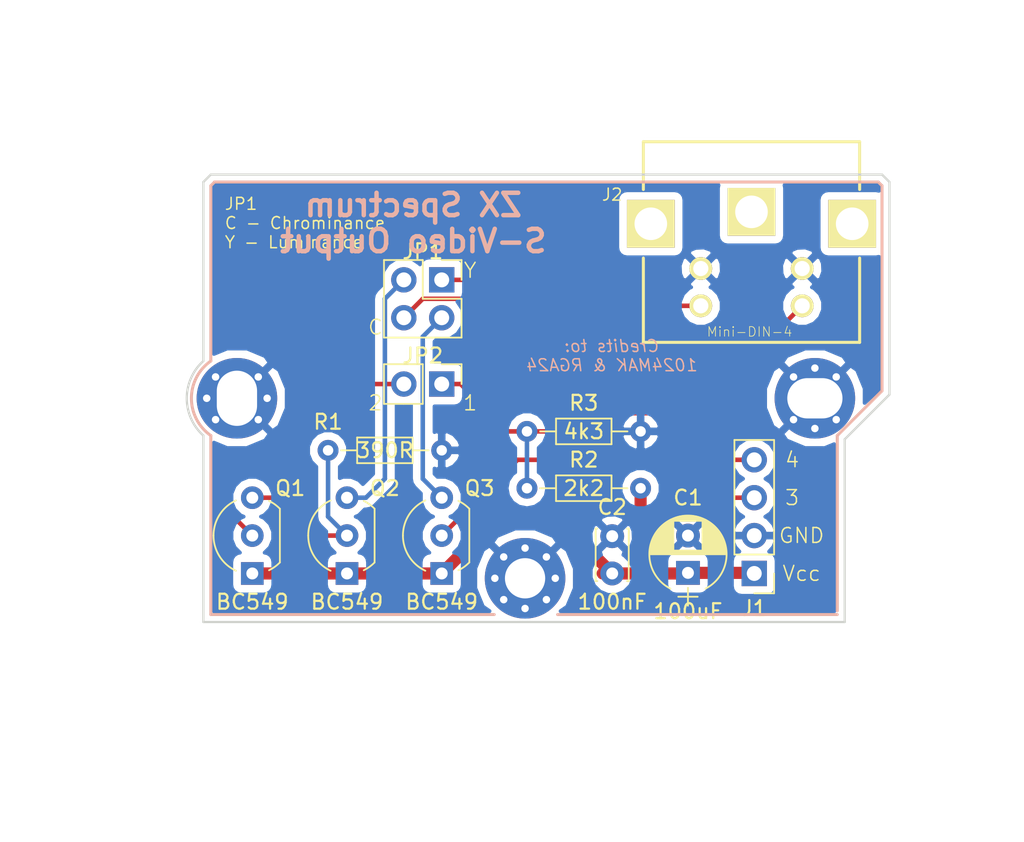
<source format=kicad_pcb>
(kicad_pcb (version 4) (host pcbnew 4.0.7)

  (general
    (links 50)
    (no_connects 0)
    (area 64.150001 80.8 136.85 138.700001)
    (thickness 1.6)
    (drawings 45)
    (tracks 50)
    (zones 0)
    (modules 15)
    (nets 11)
  )

  (page A4)
  (layers
    (0 F.Cu signal)
    (31 B.Cu signal)
    (32 B.Adhes user)
    (33 F.Adhes user)
    (34 B.Paste user)
    (35 F.Paste user)
    (36 B.SilkS user)
    (37 F.SilkS user)
    (38 B.Mask user)
    (39 F.Mask user)
    (40 Dwgs.User user)
    (41 Cmts.User user)
    (42 Eco1.User user)
    (43 Eco2.User user)
    (44 Edge.Cuts user)
    (45 Margin user)
    (46 B.CrtYd user)
    (47 F.CrtYd user)
    (48 B.Fab user)
    (49 F.Fab user)
  )

  (setup
    (last_trace_width 0.3048)
    (trace_clearance 0.2032)
    (zone_clearance 0.508)
    (zone_45_only no)
    (trace_min 0.2)
    (segment_width 0.2)
    (edge_width 0.15)
    (via_size 0.762)
    (via_drill 0.5588)
    (via_min_size 0.4)
    (via_min_drill 0.3)
    (uvia_size 0.3)
    (uvia_drill 0.1)
    (uvias_allowed no)
    (uvia_min_size 0.2)
    (uvia_min_drill 0.1)
    (pcb_text_width 0.3)
    (pcb_text_size 1.5 1.5)
    (mod_edge_width 0.15)
    (mod_text_size 1 1)
    (mod_text_width 0.15)
    (pad_size 0.8 0.8)
    (pad_drill 0)
    (pad_to_mask_clearance 0.2)
    (aux_axis_origin 0 0)
    (visible_elements FFFFFF7F)
    (pcbplotparams
      (layerselection 0x00030_80000001)
      (usegerberextensions false)
      (excludeedgelayer true)
      (linewidth 0.100000)
      (plotframeref false)
      (viasonmask false)
      (mode 1)
      (useauxorigin false)
      (hpglpennumber 1)
      (hpglpenspeed 20)
      (hpglpendiameter 15)
      (hpglpenoverlay 2)
      (psnegative false)
      (psa4output false)
      (plotreference true)
      (plotvalue true)
      (plotinvisibletext false)
      (padsonsilk false)
      (subtractmaskfromsilk false)
      (outputformat 1)
      (mirror false)
      (drillshape 1)
      (scaleselection 1)
      (outputdirectory ""))
  )

  (net 0 "")
  (net 1 VCC)
  (net 2 GND)
  (net 3 "Net-(J1-Pad3)")
  (net 4 "Net-(J1-Pad4)")
  (net 5 /Y)
  (net 6 /C)
  (net 7 "Net-(JP1-Pad2)")
  (net 8 "Net-(JP2-Pad2)")
  (net 9 "Net-(Q1-Pad3)")
  (net 10 "Net-(JP1-Pad3)")

  (net_class Default "This is the default net class."
    (clearance 0.2032)
    (trace_width 0.3048)
    (via_dia 0.762)
    (via_drill 0.5588)
    (uvia_dia 0.3)
    (uvia_drill 0.1)
    (add_net /C)
    (add_net /Y)
    (add_net "Net-(J1-Pad3)")
    (add_net "Net-(J1-Pad4)")
    (add_net "Net-(JP1-Pad2)")
    (add_net "Net-(JP1-Pad3)")
    (add_net "Net-(JP2-Pad2)")
    (add_net "Net-(Q1-Pad3)")
  )

  (net_class PWR ""
    (clearance 0.2032)
    (trace_width 0.8128)
    (via_dia 1.27)
    (via_drill 1.1176)
    (uvia_dia 0.3)
    (uvia_drill 0.1)
    (add_net GND)
    (add_net VCC)
  )

  (module Mounting_Holes:MountingHole_2.7mm_M2.5_Pad_Via (layer F.Cu) (tedit 5C5F0443) (tstamp 5C5E00B0)
    (at 119 107)
    (descr "Mounting Hole 2.7mm")
    (tags "mounting hole 2.7mm")
    (path /5C5DCEF4)
    (attr virtual)
    (fp_text reference M2 (at 0 -3.7) (layer F.Fab)
      (effects (font (size 1 1) (thickness 0.15)))
    )
    (fp_text value 1P (at 0 3.7) (layer F.Fab)
      (effects (font (size 1 1) (thickness 0.15)))
    )
    (fp_text user %R (at 0.3 0) (layer F.Fab)
      (effects (font (size 1 1) (thickness 0.15)))
    )
    (fp_circle (center 0 0) (end 2.7 0) (layer Cmts.User) (width 0.15))
    (fp_circle (center 0 0) (end 2.95 0) (layer F.CrtYd) (width 0.05))
    (pad 1 thru_hole circle (at 0 0) (size 5.4 5.4) (drill oval 3.7 2.7) (layers *.Cu *.Mask)
      (net 2 GND))
    (pad 1 smd circle (at 2.025 0) (size 0.8 0.8) (layers F.Cu F.Paste F.Mask)
      (net 2 GND))
    (pad 1 thru_hole circle (at 1.431891 1.431891) (size 0.8 0.8) (drill 0.5) (layers *.Cu *.Mask)
      (net 2 GND))
    (pad 1 thru_hole circle (at 0 2.025) (size 0.8 0.8) (drill 0.5) (layers *.Cu *.Mask)
      (net 2 GND))
    (pad 1 thru_hole circle (at -1.431891 1.431891) (size 0.8 0.8) (drill 0.5) (layers *.Cu *.Mask)
      (net 2 GND))
    (pad 1 smd circle (at -2.025 0) (size 0.8 0.8) (layers F.Cu F.Paste F.Mask)
      (net 2 GND))
    (pad 1 thru_hole circle (at -1.431891 -1.431891) (size 0.8 0.8) (drill 0.5) (layers *.Cu *.Mask)
      (net 2 GND))
    (pad 1 thru_hole circle (at 0 -2.025) (size 0.8 0.8) (drill 0.5) (layers *.Cu *.Mask)
      (net 2 GND))
    (pad 1 thru_hole circle (at 1.431891 -1.431891) (size 0.8 0.8) (drill 0.5) (layers *.Cu *.Mask)
      (net 2 GND))
    (model "/Users/Klaudiusz/Documents/KiCAD projects/Libraries/ZXSpeccy.3dshapes/M2.5_L10mm_6mm.wrl"
      (at (xyz 0 0 0))
      (scale (xyz 10 13 10))
      (rotate (xyz -90 0 0))
    )
  )

  (module Capacitors_THT:CP_Radial_D5.0mm_P2.50mm (layer F.Cu) (tedit 5C5E0FC6) (tstamp 5C5DBA63)
    (at 110.49 118.705 90)
    (descr "CP, Radial series, Radial, pin pitch=2.50mm, , diameter=5mm, Electrolytic Capacitor")
    (tags "CP Radial series Radial pin pitch 2.50mm  diameter 5mm Electrolytic Capacitor")
    (path /5C5DBA60)
    (fp_text reference C1 (at 5.04 0 180) (layer F.SilkS)
      (effects (font (size 1 1) (thickness 0.15)))
    )
    (fp_text value 100uF (at -2.58 0 180) (layer F.SilkS)
      (effects (font (size 1 1) (thickness 0.15)))
    )
    (fp_arc (start 1.25 0) (end -1.05558 -1.18) (angle 125.8) (layer F.SilkS) (width 0.12))
    (fp_arc (start 1.25 0) (end -1.05558 1.18) (angle -125.8) (layer F.SilkS) (width 0.12))
    (fp_arc (start 1.25 0) (end 3.55558 -1.18) (angle 54.2) (layer F.SilkS) (width 0.12))
    (fp_circle (center 1.25 0) (end 3.75 0) (layer F.Fab) (width 0.1))
    (fp_line (start -2.2 0) (end -1 0) (layer F.Fab) (width 0.1))
    (fp_line (start -1.6 -0.65) (end -1.6 0.65) (layer F.Fab) (width 0.1))
    (fp_line (start 1.25 -2.55) (end 1.25 2.55) (layer F.SilkS) (width 0.12))
    (fp_line (start 1.29 -2.55) (end 1.29 2.55) (layer F.SilkS) (width 0.12))
    (fp_line (start 1.33 -2.549) (end 1.33 2.549) (layer F.SilkS) (width 0.12))
    (fp_line (start 1.37 -2.548) (end 1.37 2.548) (layer F.SilkS) (width 0.12))
    (fp_line (start 1.41 -2.546) (end 1.41 2.546) (layer F.SilkS) (width 0.12))
    (fp_line (start 1.45 -2.543) (end 1.45 2.543) (layer F.SilkS) (width 0.12))
    (fp_line (start 1.49 -2.539) (end 1.49 2.539) (layer F.SilkS) (width 0.12))
    (fp_line (start 1.53 -2.535) (end 1.53 -0.98) (layer F.SilkS) (width 0.12))
    (fp_line (start 1.53 0.98) (end 1.53 2.535) (layer F.SilkS) (width 0.12))
    (fp_line (start 1.57 -2.531) (end 1.57 -0.98) (layer F.SilkS) (width 0.12))
    (fp_line (start 1.57 0.98) (end 1.57 2.531) (layer F.SilkS) (width 0.12))
    (fp_line (start 1.61 -2.525) (end 1.61 -0.98) (layer F.SilkS) (width 0.12))
    (fp_line (start 1.61 0.98) (end 1.61 2.525) (layer F.SilkS) (width 0.12))
    (fp_line (start 1.65 -2.519) (end 1.65 -0.98) (layer F.SilkS) (width 0.12))
    (fp_line (start 1.65 0.98) (end 1.65 2.519) (layer F.SilkS) (width 0.12))
    (fp_line (start 1.69 -2.513) (end 1.69 -0.98) (layer F.SilkS) (width 0.12))
    (fp_line (start 1.69 0.98) (end 1.69 2.513) (layer F.SilkS) (width 0.12))
    (fp_line (start 1.73 -2.506) (end 1.73 -0.98) (layer F.SilkS) (width 0.12))
    (fp_line (start 1.73 0.98) (end 1.73 2.506) (layer F.SilkS) (width 0.12))
    (fp_line (start 1.77 -2.498) (end 1.77 -0.98) (layer F.SilkS) (width 0.12))
    (fp_line (start 1.77 0.98) (end 1.77 2.498) (layer F.SilkS) (width 0.12))
    (fp_line (start 1.81 -2.489) (end 1.81 -0.98) (layer F.SilkS) (width 0.12))
    (fp_line (start 1.81 0.98) (end 1.81 2.489) (layer F.SilkS) (width 0.12))
    (fp_line (start 1.85 -2.48) (end 1.85 -0.98) (layer F.SilkS) (width 0.12))
    (fp_line (start 1.85 0.98) (end 1.85 2.48) (layer F.SilkS) (width 0.12))
    (fp_line (start 1.89 -2.47) (end 1.89 -0.98) (layer F.SilkS) (width 0.12))
    (fp_line (start 1.89 0.98) (end 1.89 2.47) (layer F.SilkS) (width 0.12))
    (fp_line (start 1.93 -2.46) (end 1.93 -0.98) (layer F.SilkS) (width 0.12))
    (fp_line (start 1.93 0.98) (end 1.93 2.46) (layer F.SilkS) (width 0.12))
    (fp_line (start 1.971 -2.448) (end 1.971 -0.98) (layer F.SilkS) (width 0.12))
    (fp_line (start 1.971 0.98) (end 1.971 2.448) (layer F.SilkS) (width 0.12))
    (fp_line (start 2.011 -2.436) (end 2.011 -0.98) (layer F.SilkS) (width 0.12))
    (fp_line (start 2.011 0.98) (end 2.011 2.436) (layer F.SilkS) (width 0.12))
    (fp_line (start 2.051 -2.424) (end 2.051 -0.98) (layer F.SilkS) (width 0.12))
    (fp_line (start 2.051 0.98) (end 2.051 2.424) (layer F.SilkS) (width 0.12))
    (fp_line (start 2.091 -2.41) (end 2.091 -0.98) (layer F.SilkS) (width 0.12))
    (fp_line (start 2.091 0.98) (end 2.091 2.41) (layer F.SilkS) (width 0.12))
    (fp_line (start 2.131 -2.396) (end 2.131 -0.98) (layer F.SilkS) (width 0.12))
    (fp_line (start 2.131 0.98) (end 2.131 2.396) (layer F.SilkS) (width 0.12))
    (fp_line (start 2.171 -2.382) (end 2.171 -0.98) (layer F.SilkS) (width 0.12))
    (fp_line (start 2.171 0.98) (end 2.171 2.382) (layer F.SilkS) (width 0.12))
    (fp_line (start 2.211 -2.366) (end 2.211 -0.98) (layer F.SilkS) (width 0.12))
    (fp_line (start 2.211 0.98) (end 2.211 2.366) (layer F.SilkS) (width 0.12))
    (fp_line (start 2.251 -2.35) (end 2.251 -0.98) (layer F.SilkS) (width 0.12))
    (fp_line (start 2.251 0.98) (end 2.251 2.35) (layer F.SilkS) (width 0.12))
    (fp_line (start 2.291 -2.333) (end 2.291 -0.98) (layer F.SilkS) (width 0.12))
    (fp_line (start 2.291 0.98) (end 2.291 2.333) (layer F.SilkS) (width 0.12))
    (fp_line (start 2.331 -2.315) (end 2.331 -0.98) (layer F.SilkS) (width 0.12))
    (fp_line (start 2.331 0.98) (end 2.331 2.315) (layer F.SilkS) (width 0.12))
    (fp_line (start 2.371 -2.296) (end 2.371 -0.98) (layer F.SilkS) (width 0.12))
    (fp_line (start 2.371 0.98) (end 2.371 2.296) (layer F.SilkS) (width 0.12))
    (fp_line (start 2.411 -2.276) (end 2.411 -0.98) (layer F.SilkS) (width 0.12))
    (fp_line (start 2.411 0.98) (end 2.411 2.276) (layer F.SilkS) (width 0.12))
    (fp_line (start 2.451 -2.256) (end 2.451 -0.98) (layer F.SilkS) (width 0.12))
    (fp_line (start 2.451 0.98) (end 2.451 2.256) (layer F.SilkS) (width 0.12))
    (fp_line (start 2.491 -2.234) (end 2.491 -0.98) (layer F.SilkS) (width 0.12))
    (fp_line (start 2.491 0.98) (end 2.491 2.234) (layer F.SilkS) (width 0.12))
    (fp_line (start 2.531 -2.212) (end 2.531 -0.98) (layer F.SilkS) (width 0.12))
    (fp_line (start 2.531 0.98) (end 2.531 2.212) (layer F.SilkS) (width 0.12))
    (fp_line (start 2.571 -2.189) (end 2.571 -0.98) (layer F.SilkS) (width 0.12))
    (fp_line (start 2.571 0.98) (end 2.571 2.189) (layer F.SilkS) (width 0.12))
    (fp_line (start 2.611 -2.165) (end 2.611 -0.98) (layer F.SilkS) (width 0.12))
    (fp_line (start 2.611 0.98) (end 2.611 2.165) (layer F.SilkS) (width 0.12))
    (fp_line (start 2.651 -2.14) (end 2.651 -0.98) (layer F.SilkS) (width 0.12))
    (fp_line (start 2.651 0.98) (end 2.651 2.14) (layer F.SilkS) (width 0.12))
    (fp_line (start 2.691 -2.113) (end 2.691 -0.98) (layer F.SilkS) (width 0.12))
    (fp_line (start 2.691 0.98) (end 2.691 2.113) (layer F.SilkS) (width 0.12))
    (fp_line (start 2.731 -2.086) (end 2.731 -0.98) (layer F.SilkS) (width 0.12))
    (fp_line (start 2.731 0.98) (end 2.731 2.086) (layer F.SilkS) (width 0.12))
    (fp_line (start 2.771 -2.058) (end 2.771 -0.98) (layer F.SilkS) (width 0.12))
    (fp_line (start 2.771 0.98) (end 2.771 2.058) (layer F.SilkS) (width 0.12))
    (fp_line (start 2.811 -2.028) (end 2.811 -0.98) (layer F.SilkS) (width 0.12))
    (fp_line (start 2.811 0.98) (end 2.811 2.028) (layer F.SilkS) (width 0.12))
    (fp_line (start 2.851 -1.997) (end 2.851 -0.98) (layer F.SilkS) (width 0.12))
    (fp_line (start 2.851 0.98) (end 2.851 1.997) (layer F.SilkS) (width 0.12))
    (fp_line (start 2.891 -1.965) (end 2.891 -0.98) (layer F.SilkS) (width 0.12))
    (fp_line (start 2.891 0.98) (end 2.891 1.965) (layer F.SilkS) (width 0.12))
    (fp_line (start 2.931 -1.932) (end 2.931 -0.98) (layer F.SilkS) (width 0.12))
    (fp_line (start 2.931 0.98) (end 2.931 1.932) (layer F.SilkS) (width 0.12))
    (fp_line (start 2.971 -1.897) (end 2.971 -0.98) (layer F.SilkS) (width 0.12))
    (fp_line (start 2.971 0.98) (end 2.971 1.897) (layer F.SilkS) (width 0.12))
    (fp_line (start 3.011 -1.861) (end 3.011 -0.98) (layer F.SilkS) (width 0.12))
    (fp_line (start 3.011 0.98) (end 3.011 1.861) (layer F.SilkS) (width 0.12))
    (fp_line (start 3.051 -1.823) (end 3.051 -0.98) (layer F.SilkS) (width 0.12))
    (fp_line (start 3.051 0.98) (end 3.051 1.823) (layer F.SilkS) (width 0.12))
    (fp_line (start 3.091 -1.783) (end 3.091 -0.98) (layer F.SilkS) (width 0.12))
    (fp_line (start 3.091 0.98) (end 3.091 1.783) (layer F.SilkS) (width 0.12))
    (fp_line (start 3.131 -1.742) (end 3.131 -0.98) (layer F.SilkS) (width 0.12))
    (fp_line (start 3.131 0.98) (end 3.131 1.742) (layer F.SilkS) (width 0.12))
    (fp_line (start 3.171 -1.699) (end 3.171 -0.98) (layer F.SilkS) (width 0.12))
    (fp_line (start 3.171 0.98) (end 3.171 1.699) (layer F.SilkS) (width 0.12))
    (fp_line (start 3.211 -1.654) (end 3.211 -0.98) (layer F.SilkS) (width 0.12))
    (fp_line (start 3.211 0.98) (end 3.211 1.654) (layer F.SilkS) (width 0.12))
    (fp_line (start 3.251 -1.606) (end 3.251 -0.98) (layer F.SilkS) (width 0.12))
    (fp_line (start 3.251 0.98) (end 3.251 1.606) (layer F.SilkS) (width 0.12))
    (fp_line (start 3.291 -1.556) (end 3.291 -0.98) (layer F.SilkS) (width 0.12))
    (fp_line (start 3.291 0.98) (end 3.291 1.556) (layer F.SilkS) (width 0.12))
    (fp_line (start 3.331 -1.504) (end 3.331 -0.98) (layer F.SilkS) (width 0.12))
    (fp_line (start 3.331 0.98) (end 3.331 1.504) (layer F.SilkS) (width 0.12))
    (fp_line (start 3.371 -1.448) (end 3.371 -0.98) (layer F.SilkS) (width 0.12))
    (fp_line (start 3.371 0.98) (end 3.371 1.448) (layer F.SilkS) (width 0.12))
    (fp_line (start 3.411 -1.39) (end 3.411 -0.98) (layer F.SilkS) (width 0.12))
    (fp_line (start 3.411 0.98) (end 3.411 1.39) (layer F.SilkS) (width 0.12))
    (fp_line (start 3.451 -1.327) (end 3.451 -0.98) (layer F.SilkS) (width 0.12))
    (fp_line (start 3.451 0.98) (end 3.451 1.327) (layer F.SilkS) (width 0.12))
    (fp_line (start 3.491 -1.261) (end 3.491 1.261) (layer F.SilkS) (width 0.12))
    (fp_line (start 3.531 -1.189) (end 3.531 1.189) (layer F.SilkS) (width 0.12))
    (fp_line (start 3.571 -1.112) (end 3.571 1.112) (layer F.SilkS) (width 0.12))
    (fp_line (start 3.611 -1.028) (end 3.611 1.028) (layer F.SilkS) (width 0.12))
    (fp_line (start 3.651 -0.934) (end 3.651 0.934) (layer F.SilkS) (width 0.12))
    (fp_line (start 3.691 -0.829) (end 3.691 0.829) (layer F.SilkS) (width 0.12))
    (fp_line (start 3.731 -0.707) (end 3.731 0.707) (layer F.SilkS) (width 0.12))
    (fp_line (start 3.771 -0.559) (end 3.771 0.559) (layer F.SilkS) (width 0.12))
    (fp_line (start 3.811 -0.354) (end 3.811 0.354) (layer F.SilkS) (width 0.12))
    (fp_line (start -2.2 0) (end -1 0) (layer F.SilkS) (width 0.12))
    (fp_line (start -1.6 -0.65) (end -1.6 0.65) (layer F.SilkS) (width 0.12))
    (fp_line (start -1.6 -2.85) (end -1.6 2.85) (layer F.CrtYd) (width 0.05))
    (fp_line (start -1.6 2.85) (end 4.1 2.85) (layer F.CrtYd) (width 0.05))
    (fp_line (start 4.1 2.85) (end 4.1 -2.85) (layer F.CrtYd) (width 0.05))
    (fp_line (start 4.1 -2.85) (end -1.6 -2.85) (layer F.CrtYd) (width 0.05))
    (fp_text user %R (at 1.25 0 90) (layer F.Fab)
      (effects (font (size 1 1) (thickness 0.15)))
    )
    (pad 1 thru_hole rect (at 0 0 90) (size 1.6 1.6) (drill 0.8) (layers *.Cu *.Mask)
      (net 1 VCC))
    (pad 2 thru_hole circle (at 2.5 0 90) (size 1.6 1.6) (drill 0.8) (layers *.Cu *.Mask)
      (net 2 GND))
    (model ${KISYS3DMOD}/Capacitors_THT.3dshapes/CP_Radial_D5.0mm_P2.50mm.wrl
      (at (xyz 0 0 0))
      (scale (xyz 1 1 1))
      (rotate (xyz 0 0 0))
    )
  )

  (module Capacitors_THT:C_Disc_D3.4mm_W2.1mm_P2.50mm (layer F.Cu) (tedit 5C5E0FB4) (tstamp 5C5DBA69)
    (at 105.41 118.745 90)
    (descr "C, Disc series, Radial, pin pitch=2.50mm, , diameter*width=3.4*2.1mm^2, Capacitor, http://www.vishay.com/docs/45233/krseries.pdf")
    (tags "C Disc series Radial pin pitch 2.50mm  diameter 3.4mm width 2.1mm Capacitor")
    (path /5C5DBAB6)
    (fp_text reference C2 (at 4.445 0 180) (layer F.SilkS)
      (effects (font (size 1 1) (thickness 0.15)))
    )
    (fp_text value 100nF (at -1.905 0 180) (layer F.SilkS)
      (effects (font (size 1 1) (thickness 0.15)))
    )
    (fp_line (start -0.45 -1.05) (end -0.45 1.05) (layer F.Fab) (width 0.1))
    (fp_line (start -0.45 1.05) (end 2.95 1.05) (layer F.Fab) (width 0.1))
    (fp_line (start 2.95 1.05) (end 2.95 -1.05) (layer F.Fab) (width 0.1))
    (fp_line (start 2.95 -1.05) (end -0.45 -1.05) (layer F.Fab) (width 0.1))
    (fp_line (start -0.51 -1.11) (end 3.01 -1.11) (layer F.SilkS) (width 0.12))
    (fp_line (start -0.51 1.11) (end 3.01 1.11) (layer F.SilkS) (width 0.12))
    (fp_line (start -0.51 -1.11) (end -0.51 -0.996) (layer F.SilkS) (width 0.12))
    (fp_line (start -0.51 0.996) (end -0.51 1.11) (layer F.SilkS) (width 0.12))
    (fp_line (start 3.01 -1.11) (end 3.01 -0.996) (layer F.SilkS) (width 0.12))
    (fp_line (start 3.01 0.996) (end 3.01 1.11) (layer F.SilkS) (width 0.12))
    (fp_line (start -1.05 -1.4) (end -1.05 1.4) (layer F.CrtYd) (width 0.05))
    (fp_line (start -1.05 1.4) (end 3.55 1.4) (layer F.CrtYd) (width 0.05))
    (fp_line (start 3.55 1.4) (end 3.55 -1.4) (layer F.CrtYd) (width 0.05))
    (fp_line (start 3.55 -1.4) (end -1.05 -1.4) (layer F.CrtYd) (width 0.05))
    (fp_text user %R (at 1.25 0 90) (layer F.Fab)
      (effects (font (size 1 1) (thickness 0.15)))
    )
    (pad 1 thru_hole circle (at 0 0 90) (size 1.6 1.6) (drill 0.8) (layers *.Cu *.Mask)
      (net 1 VCC))
    (pad 2 thru_hole circle (at 2.5 0 90) (size 1.6 1.6) (drill 0.8) (layers *.Cu *.Mask)
      (net 2 GND))
    (model ${KISYS3DMOD}/Capacitors_THT.3dshapes/C_Disc_D3.4mm_W2.1mm_P2.50mm.wrl
      (at (xyz 0 0 0))
      (scale (xyz 1 1 1))
      (rotate (xyz 0 0 0))
    )
  )

  (module Pin_Headers:Pin_Header_Straight_1x04_Pitch2.54mm (layer F.Cu) (tedit 59650532) (tstamp 5C5DBA71)
    (at 114.935 118.745 180)
    (descr "Through hole straight pin header, 1x04, 2.54mm pitch, single row")
    (tags "Through hole pin header THT 1x04 2.54mm single row")
    (path /5C5DBEE3)
    (fp_text reference J1 (at 0 -2.33 180) (layer F.SilkS)
      (effects (font (size 1 1) (thickness 0.15)))
    )
    (fp_text value Conn_01x04 (at 0 9.95 180) (layer F.Fab)
      (effects (font (size 1 1) (thickness 0.15)))
    )
    (fp_line (start -0.635 -1.27) (end 1.27 -1.27) (layer F.Fab) (width 0.1))
    (fp_line (start 1.27 -1.27) (end 1.27 8.89) (layer F.Fab) (width 0.1))
    (fp_line (start 1.27 8.89) (end -1.27 8.89) (layer F.Fab) (width 0.1))
    (fp_line (start -1.27 8.89) (end -1.27 -0.635) (layer F.Fab) (width 0.1))
    (fp_line (start -1.27 -0.635) (end -0.635 -1.27) (layer F.Fab) (width 0.1))
    (fp_line (start -1.33 8.95) (end 1.33 8.95) (layer F.SilkS) (width 0.12))
    (fp_line (start -1.33 1.27) (end -1.33 8.95) (layer F.SilkS) (width 0.12))
    (fp_line (start 1.33 1.27) (end 1.33 8.95) (layer F.SilkS) (width 0.12))
    (fp_line (start -1.33 1.27) (end 1.33 1.27) (layer F.SilkS) (width 0.12))
    (fp_line (start -1.33 0) (end -1.33 -1.33) (layer F.SilkS) (width 0.12))
    (fp_line (start -1.33 -1.33) (end 0 -1.33) (layer F.SilkS) (width 0.12))
    (fp_line (start -1.8 -1.8) (end -1.8 9.4) (layer F.CrtYd) (width 0.05))
    (fp_line (start -1.8 9.4) (end 1.8 9.4) (layer F.CrtYd) (width 0.05))
    (fp_line (start 1.8 9.4) (end 1.8 -1.8) (layer F.CrtYd) (width 0.05))
    (fp_line (start 1.8 -1.8) (end -1.8 -1.8) (layer F.CrtYd) (width 0.05))
    (fp_text user %R (at 0 3.81 270) (layer F.Fab)
      (effects (font (size 1 1) (thickness 0.15)))
    )
    (pad 1 thru_hole rect (at 0 0 180) (size 1.7 1.7) (drill 1) (layers *.Cu *.Mask)
      (net 1 VCC))
    (pad 2 thru_hole oval (at 0 2.54 180) (size 1.7 1.7) (drill 1) (layers *.Cu *.Mask)
      (net 2 GND))
    (pad 3 thru_hole oval (at 0 5.08 180) (size 1.7 1.7) (drill 1) (layers *.Cu *.Mask)
      (net 3 "Net-(J1-Pad3)"))
    (pad 4 thru_hole oval (at 0 7.62 180) (size 1.7 1.7) (drill 1) (layers *.Cu *.Mask)
      (net 4 "Net-(J1-Pad4)"))
    (model ${KISYS3DMOD}/Pin_Headers.3dshapes/Pin_Header_Straight_1x04_Pitch2.54mm.wrl
      (at (xyz 0 0 0))
      (scale (xyz 1 1 1))
      (rotate (xyz 0 0 0))
    )
  )

  (module "ZX Speccy:MD-40SM" (layer F.Cu) (tedit 5C5F05ED) (tstamp 5C5DBA88)
    (at 114.75 94.5 180)
    (descr "<b>Mini DIN</b> - 4 Pin")
    (path /5C5DB271)
    (fp_text reference J2 (at 9.34 1.155 180) (layer F.SilkS)
      (effects (font (size 0.802728 0.802728) (thickness 0.1)))
    )
    (fp_text value Mini-DIN-4 (at 0.127271 -8.04328 180) (layer F.SilkS)
      (effects (font (size 0.641345 0.641345) (thickness 0.05)))
    )
    (fp_line (start 7.25 4.7) (end -7.25 4.7) (layer F.SilkS) (width 0.2032))
    (fp_line (start -7.25 4.7) (end -7.25 1.5) (layer F.SilkS) (width 0.2032))
    (fp_line (start -7.25 1.5) (end -7.25 -3.1) (layer Dwgs.User) (width 0.2032))
    (fp_line (start -7.25 -3.1) (end -7.25 -8.75) (layer F.SilkS) (width 0.2032))
    (fp_line (start -7.25 -8.75) (end 7.25 -8.75) (layer F.SilkS) (width 0.2032))
    (fp_line (start 7.25 -8.75) (end 7.25 -3.1) (layer F.SilkS) (width 0.2032))
    (fp_line (start 7.25 -3.1) (end 7.25 1.5) (layer Dwgs.User) (width 0.2032))
    (fp_line (start 7.25 1.5) (end 7.25 4.7) (layer F.SilkS) (width 0.2032))
    (fp_line (start 7.25 3.5) (end -7.25 3.5) (layer Dwgs.User) (width 0.2032))
    (fp_line (start -4.5 4.75) (end -4.5 -2.75) (layer Dwgs.User) (width 0.0508))
    (fp_line (start -4.5 -2.75) (end 4.5 -2.75) (layer Dwgs.User) (width 0.0508))
    (fp_line (start 4.5 -2.75) (end 4.5 4.75) (layer Dwgs.User) (width 0.0508))
    (pad S2 thru_hole rect (at 0 0) (size 3.2004 3.2004) (drill 2.1844) (layers *.Cu *.Mask F.SilkS))
    (pad S1 thru_hole rect (at 6.75 -0.8) (size 3.2004 3.2004) (drill 2.1844) (layers *.Cu *.Mask F.SilkS))
    (pad S3 thru_hole rect (at -6.75 -0.8) (size 3.2004 3.2004) (drill 2.1844) (layers *.Cu *.Mask F.SilkS))
    (pad 2 thru_hole circle (at 3.4 -3.8) (size 1.524 1.524) (drill 1.016) (layers *.Cu *.Mask F.SilkS)
      (net 2 GND))
    (pad 1 thru_hole circle (at -3.4 -3.8) (size 1.524 1.524) (drill 1.016) (layers *.Cu *.Mask F.SilkS)
      (net 2 GND))
    (pad 4 thru_hole circle (at 3.4 -6.3) (size 1.524 1.524) (drill 1.016) (layers *.Cu *.Mask F.SilkS)
      (net 5 /Y))
    (pad 3 thru_hole circle (at -3.4 -6.3) (size 1.524 1.524) (drill 1.016) (layers *.Cu *.Mask F.SilkS)
      (net 6 /C))
    (model "/Users/Klaudiusz/Documents/KiCAD projects/Libraries/ZXSpeccy.3dshapes/minidin_4.wrl"
      (at (xyz 0 0.1 0))
      (scale (xyz 1 1 1))
      (rotate (xyz 0 0 0))
    )
  )

  (module Pin_Headers:Pin_Header_Straight_1x02_Pitch2.54mm (layer F.Cu) (tedit 59650532) (tstamp 5C5DBA96)
    (at 93.98 106.045 270)
    (descr "Through hole straight pin header, 1x02, 2.54mm pitch, single row")
    (tags "Through hole pin header THT 1x02 2.54mm single row")
    (path /5C5DB778)
    (fp_text reference JP2 (at -1.905 1.27 360) (layer F.SilkS)
      (effects (font (size 1 1) (thickness 0.15)))
    )
    (fp_text value 1-2 (at 0 4.87 270) (layer F.Fab)
      (effects (font (size 1 1) (thickness 0.15)))
    )
    (fp_line (start -0.635 -1.27) (end 1.27 -1.27) (layer F.Fab) (width 0.1))
    (fp_line (start 1.27 -1.27) (end 1.27 3.81) (layer F.Fab) (width 0.1))
    (fp_line (start 1.27 3.81) (end -1.27 3.81) (layer F.Fab) (width 0.1))
    (fp_line (start -1.27 3.81) (end -1.27 -0.635) (layer F.Fab) (width 0.1))
    (fp_line (start -1.27 -0.635) (end -0.635 -1.27) (layer F.Fab) (width 0.1))
    (fp_line (start -1.33 3.87) (end 1.33 3.87) (layer F.SilkS) (width 0.12))
    (fp_line (start -1.33 1.27) (end -1.33 3.87) (layer F.SilkS) (width 0.12))
    (fp_line (start 1.33 1.27) (end 1.33 3.87) (layer F.SilkS) (width 0.12))
    (fp_line (start -1.33 1.27) (end 1.33 1.27) (layer F.SilkS) (width 0.12))
    (fp_line (start -1.33 0) (end -1.33 -1.33) (layer F.SilkS) (width 0.12))
    (fp_line (start -1.33 -1.33) (end 0 -1.33) (layer F.SilkS) (width 0.12))
    (fp_line (start -1.8 -1.8) (end -1.8 4.35) (layer F.CrtYd) (width 0.05))
    (fp_line (start -1.8 4.35) (end 1.8 4.35) (layer F.CrtYd) (width 0.05))
    (fp_line (start 1.8 4.35) (end 1.8 -1.8) (layer F.CrtYd) (width 0.05))
    (fp_line (start 1.8 -1.8) (end -1.8 -1.8) (layer F.CrtYd) (width 0.05))
    (fp_text user %R (at 0 1.27 360) (layer F.Fab)
      (effects (font (size 1 1) (thickness 0.15)))
    )
    (pad 1 thru_hole rect (at 0 0 270) (size 1.7 1.7) (drill 1) (layers *.Cu *.Mask)
      (net 4 "Net-(J1-Pad4)"))
    (pad 2 thru_hole oval (at 0 2.54 270) (size 1.7 1.7) (drill 1) (layers *.Cu *.Mask)
      (net 8 "Net-(JP2-Pad2)"))
    (model ${KISYS3DMOD}/Pin_Headers.3dshapes/Pin_Header_Straight_1x02_Pitch2.54mm.wrl
      (at (xyz 0 0 0))
      (scale (xyz 1 1 1))
      (rotate (xyz 0 0 0))
    )
  )

  (module Resistors_THT:R_Axial_DIN0204_L3.6mm_D1.6mm_P7.62mm_Horizontal (layer F.Cu) (tedit 5C5E0F0E) (tstamp 5C5DBAB1)
    (at 86.36 110.49)
    (descr "Resistor, Axial_DIN0204 series, Axial, Horizontal, pin pitch=7.62mm, 0.16666666666666666W = 1/6W, length*diameter=3.6*1.6mm^2, http://cdn-reichelt.de/documents/datenblatt/B400/1_4W%23YAG.pdf")
    (tags "Resistor Axial_DIN0204 series Axial Horizontal pin pitch 7.62mm 0.16666666666666666W = 1/6W length 3.6mm diameter 1.6mm")
    (path /5C5DB432)
    (fp_text reference R1 (at 0 -1.905) (layer F.SilkS)
      (effects (font (size 1 1) (thickness 0.15)))
    )
    (fp_text value 390R (at 3.81 0) (layer F.SilkS)
      (effects (font (size 1 1) (thickness 0.15)))
    )
    (fp_line (start 2.01 -0.8) (end 2.01 0.8) (layer F.Fab) (width 0.1))
    (fp_line (start 2.01 0.8) (end 5.61 0.8) (layer F.Fab) (width 0.1))
    (fp_line (start 5.61 0.8) (end 5.61 -0.8) (layer F.Fab) (width 0.1))
    (fp_line (start 5.61 -0.8) (end 2.01 -0.8) (layer F.Fab) (width 0.1))
    (fp_line (start 0 0) (end 2.01 0) (layer F.Fab) (width 0.1))
    (fp_line (start 7.62 0) (end 5.61 0) (layer F.Fab) (width 0.1))
    (fp_line (start 1.95 -0.86) (end 1.95 0.86) (layer F.SilkS) (width 0.12))
    (fp_line (start 1.95 0.86) (end 5.67 0.86) (layer F.SilkS) (width 0.12))
    (fp_line (start 5.67 0.86) (end 5.67 -0.86) (layer F.SilkS) (width 0.12))
    (fp_line (start 5.67 -0.86) (end 1.95 -0.86) (layer F.SilkS) (width 0.12))
    (fp_line (start 0.88 0) (end 1.95 0) (layer F.SilkS) (width 0.12))
    (fp_line (start 6.74 0) (end 5.67 0) (layer F.SilkS) (width 0.12))
    (fp_line (start -0.95 -1.15) (end -0.95 1.15) (layer F.CrtYd) (width 0.05))
    (fp_line (start -0.95 1.15) (end 8.6 1.15) (layer F.CrtYd) (width 0.05))
    (fp_line (start 8.6 1.15) (end 8.6 -1.15) (layer F.CrtYd) (width 0.05))
    (fp_line (start 8.6 -1.15) (end -0.95 -1.15) (layer F.CrtYd) (width 0.05))
    (pad 1 thru_hole circle (at 0 0) (size 1.4 1.4) (drill 0.7) (layers *.Cu *.Mask)
      (net 9 "Net-(Q1-Pad3)"))
    (pad 2 thru_hole oval (at 7.62 0) (size 1.4 1.4) (drill 0.7) (layers *.Cu *.Mask)
      (net 2 GND))
    (model ${KISYS3DMOD}/Resistors_THT.3dshapes/R_Axial_DIN0204_L3.6mm_D1.6mm_P7.62mm_Horizontal.wrl
      (at (xyz 0 0 0))
      (scale (xyz 0.393701 0.393701 0.393701))
      (rotate (xyz 0 0 0))
    )
  )

  (module Resistors_THT:R_Axial_DIN0204_L3.6mm_D1.6mm_P7.62mm_Horizontal (layer F.Cu) (tedit 5C5E0F36) (tstamp 5C5DBAB7)
    (at 107.315 113.03 180)
    (descr "Resistor, Axial_DIN0204 series, Axial, Horizontal, pin pitch=7.62mm, 0.16666666666666666W = 1/6W, length*diameter=3.6*1.6mm^2, http://cdn-reichelt.de/documents/datenblatt/B400/1_4W%23YAG.pdf")
    (tags "Resistor Axial_DIN0204 series Axial Horizontal pin pitch 7.62mm 0.16666666666666666W = 1/6W length 3.6mm diameter 1.6mm")
    (path /5C5DBD0A)
    (fp_text reference R2 (at 3.81 1.905 180) (layer F.SilkS)
      (effects (font (size 1 1) (thickness 0.15)))
    )
    (fp_text value 2k2 (at 3.81 0 180) (layer F.SilkS)
      (effects (font (size 1 1) (thickness 0.15)))
    )
    (fp_line (start 2.01 -0.8) (end 2.01 0.8) (layer F.Fab) (width 0.1))
    (fp_line (start 2.01 0.8) (end 5.61 0.8) (layer F.Fab) (width 0.1))
    (fp_line (start 5.61 0.8) (end 5.61 -0.8) (layer F.Fab) (width 0.1))
    (fp_line (start 5.61 -0.8) (end 2.01 -0.8) (layer F.Fab) (width 0.1))
    (fp_line (start 0 0) (end 2.01 0) (layer F.Fab) (width 0.1))
    (fp_line (start 7.62 0) (end 5.61 0) (layer F.Fab) (width 0.1))
    (fp_line (start 1.95 -0.86) (end 1.95 0.86) (layer F.SilkS) (width 0.12))
    (fp_line (start 1.95 0.86) (end 5.67 0.86) (layer F.SilkS) (width 0.12))
    (fp_line (start 5.67 0.86) (end 5.67 -0.86) (layer F.SilkS) (width 0.12))
    (fp_line (start 5.67 -0.86) (end 1.95 -0.86) (layer F.SilkS) (width 0.12))
    (fp_line (start 0.88 0) (end 1.95 0) (layer F.SilkS) (width 0.12))
    (fp_line (start 6.74 0) (end 5.67 0) (layer F.SilkS) (width 0.12))
    (fp_line (start -0.95 -1.15) (end -0.95 1.15) (layer F.CrtYd) (width 0.05))
    (fp_line (start -0.95 1.15) (end 8.6 1.15) (layer F.CrtYd) (width 0.05))
    (fp_line (start 8.6 1.15) (end 8.6 -1.15) (layer F.CrtYd) (width 0.05))
    (fp_line (start 8.6 -1.15) (end -0.95 -1.15) (layer F.CrtYd) (width 0.05))
    (pad 1 thru_hole circle (at 0 0 180) (size 1.4 1.4) (drill 0.7) (layers *.Cu *.Mask)
      (net 1 VCC))
    (pad 2 thru_hole oval (at 7.62 0 180) (size 1.4 1.4) (drill 0.7) (layers *.Cu *.Mask)
      (net 4 "Net-(J1-Pad4)"))
    (model ${KISYS3DMOD}/Resistors_THT.3dshapes/R_Axial_DIN0204_L3.6mm_D1.6mm_P7.62mm_Horizontal.wrl
      (at (xyz 0 0 0))
      (scale (xyz 0.393701 0.393701 0.393701))
      (rotate (xyz 0 0 0))
    )
  )

  (module Resistors_THT:R_Axial_DIN0204_L3.6mm_D1.6mm_P7.62mm_Horizontal (layer F.Cu) (tedit 5C5E0F3D) (tstamp 5C5DBABD)
    (at 99.695 109.22)
    (descr "Resistor, Axial_DIN0204 series, Axial, Horizontal, pin pitch=7.62mm, 0.16666666666666666W = 1/6W, length*diameter=3.6*1.6mm^2, http://cdn-reichelt.de/documents/datenblatt/B400/1_4W%23YAG.pdf")
    (tags "Resistor Axial_DIN0204 series Axial Horizontal pin pitch 7.62mm 0.16666666666666666W = 1/6W length 3.6mm diameter 1.6mm")
    (path /5C5DBD56)
    (fp_text reference R3 (at 3.81 -1.905) (layer F.SilkS)
      (effects (font (size 1 1) (thickness 0.15)))
    )
    (fp_text value 4k3 (at 3.81 0) (layer F.SilkS)
      (effects (font (size 1 1) (thickness 0.15)))
    )
    (fp_line (start 2.01 -0.8) (end 2.01 0.8) (layer F.Fab) (width 0.1))
    (fp_line (start 2.01 0.8) (end 5.61 0.8) (layer F.Fab) (width 0.1))
    (fp_line (start 5.61 0.8) (end 5.61 -0.8) (layer F.Fab) (width 0.1))
    (fp_line (start 5.61 -0.8) (end 2.01 -0.8) (layer F.Fab) (width 0.1))
    (fp_line (start 0 0) (end 2.01 0) (layer F.Fab) (width 0.1))
    (fp_line (start 7.62 0) (end 5.61 0) (layer F.Fab) (width 0.1))
    (fp_line (start 1.95 -0.86) (end 1.95 0.86) (layer F.SilkS) (width 0.12))
    (fp_line (start 1.95 0.86) (end 5.67 0.86) (layer F.SilkS) (width 0.12))
    (fp_line (start 5.67 0.86) (end 5.67 -0.86) (layer F.SilkS) (width 0.12))
    (fp_line (start 5.67 -0.86) (end 1.95 -0.86) (layer F.SilkS) (width 0.12))
    (fp_line (start 0.88 0) (end 1.95 0) (layer F.SilkS) (width 0.12))
    (fp_line (start 6.74 0) (end 5.67 0) (layer F.SilkS) (width 0.12))
    (fp_line (start -0.95 -1.15) (end -0.95 1.15) (layer F.CrtYd) (width 0.05))
    (fp_line (start -0.95 1.15) (end 8.6 1.15) (layer F.CrtYd) (width 0.05))
    (fp_line (start 8.6 1.15) (end 8.6 -1.15) (layer F.CrtYd) (width 0.05))
    (fp_line (start 8.6 -1.15) (end -0.95 -1.15) (layer F.CrtYd) (width 0.05))
    (pad 1 thru_hole circle (at 0 0) (size 1.4 1.4) (drill 0.7) (layers *.Cu *.Mask)
      (net 4 "Net-(J1-Pad4)"))
    (pad 2 thru_hole oval (at 7.62 0) (size 1.4 1.4) (drill 0.7) (layers *.Cu *.Mask)
      (net 2 GND))
    (model ${KISYS3DMOD}/Resistors_THT.3dshapes/R_Axial_DIN0204_L3.6mm_D1.6mm_P7.62mm_Horizontal.wrl
      (at (xyz 0 0 0))
      (scale (xyz 0.393701 0.393701 0.393701))
      (rotate (xyz 0 0 0))
    )
  )

  (module Mounting_Holes:MountingHole_2.7mm_M2.5_Pad_Via (layer F.Cu) (tedit 5C5F045D) (tstamp 5C5E00A3)
    (at 80.25 107)
    (descr "Mounting Hole 2.7mm")
    (tags "mounting hole 2.7mm")
    (path /5C5DCD48)
    (attr virtual)
    (fp_text reference M1 (at 0 -3.7) (layer F.Fab)
      (effects (font (size 1 1) (thickness 0.15)))
    )
    (fp_text value 1P (at 0 3.7) (layer F.Fab)
      (effects (font (size 1 1) (thickness 0.15)))
    )
    (fp_text user %R (at 0.3 0) (layer F.Fab)
      (effects (font (size 1 1) (thickness 0.15)))
    )
    (fp_circle (center 0 0) (end 2.7 0) (layer Cmts.User) (width 0.15))
    (fp_circle (center 0 0) (end 2.95 0) (layer F.CrtYd) (width 0.05))
    (pad 1 thru_hole circle (at 0 0) (size 5.4 5.4) (drill oval 2.7 3.7) (layers *.Cu *.Mask)
      (net 2 GND))
    (pad 1 thru_hole circle (at 2.025 0) (size 0.8 0.8) (drill 0.5) (layers *.Cu *.Mask)
      (net 2 GND))
    (pad 1 thru_hole circle (at 1.431891 1.431891) (size 0.8 0.8) (drill 0.5) (layers *.Cu *.Mask)
      (net 2 GND))
    (pad 1 smd circle (at 0 2.025) (size 0.8 0.8) (layers F.Cu F.Paste F.Mask)
      (net 2 GND))
    (pad 1 thru_hole circle (at -1.431891 1.431891) (size 0.8 0.8) (drill 0.5) (layers *.Cu *.Mask)
      (net 2 GND))
    (pad 1 thru_hole circle (at -2.025 0) (size 0.8 0.8) (drill 0.5) (layers *.Cu *.Mask)
      (net 2 GND))
    (pad 1 thru_hole circle (at -1.431891 -1.431891) (size 0.8 0.8) (drill 0.5) (layers *.Cu *.Mask)
      (net 2 GND))
    (pad 1 smd circle (at 0 -2.025) (size 0.8 0.8) (layers F.Cu F.Paste F.Mask)
      (net 2 GND))
    (pad 1 thru_hole circle (at 1.431891 -1.431891) (size 0.8 0.8) (drill 0.5) (layers *.Cu *.Mask)
      (net 2 GND))
    (model "/Users/Klaudiusz/Documents/KiCAD projects/Libraries/ZXSpeccy.3dshapes/M2.5_L10mm_6mm.wrl"
      (at (xyz 0 0 0))
      (scale (xyz 10 13 10))
      (rotate (xyz -90 0 0))
    )
  )

  (module Mounting_Holes:MountingHole_2.7mm_M2.5_Pad_Via (layer F.Cu) (tedit 5C5E0D1B) (tstamp 5C5E00BD)
    (at 99.568109 119.068109)
    (descr "Mounting Hole 2.7mm")
    (tags "mounting hole 2.7mm")
    (path /5C5DCF30)
    (attr virtual)
    (fp_text reference M3 (at 0 -3.7) (layer F.Fab)
      (effects (font (size 1 1) (thickness 0.15)))
    )
    (fp_text value 1P (at 0 3.7) (layer F.Fab)
      (effects (font (size 1 1) (thickness 0.15)))
    )
    (fp_text user %R (at 0.3 0) (layer F.Fab)
      (effects (font (size 1 1) (thickness 0.15)))
    )
    (fp_circle (center 0 0) (end 2.7 0) (layer Cmts.User) (width 0.15))
    (fp_circle (center 0 0) (end 2.95 0) (layer F.CrtYd) (width 0.05))
    (pad 1 thru_hole circle (at 0 0) (size 5.4 5.4) (drill 2.7) (layers *.Cu *.Mask)
      (net 2 GND))
    (pad 1 thru_hole circle (at 2.025 0) (size 0.8 0.8) (drill 0.5) (layers *.Cu *.Mask)
      (net 2 GND))
    (pad 1 thru_hole circle (at 1.431891 1.431891) (size 0.8 0.8) (drill 0.5) (layers *.Cu *.Mask)
      (net 2 GND))
    (pad 1 thru_hole circle (at 0 2.025) (size 0.8 0.8) (drill 0.5) (layers *.Cu *.Mask)
      (net 2 GND))
    (pad 1 thru_hole circle (at -1.431891 1.431891) (size 0.8 0.8) (drill 0.5) (layers *.Cu *.Mask)
      (net 2 GND))
    (pad 1 thru_hole circle (at -2.025 0) (size 0.8 0.8) (drill 0.5) (layers *.Cu *.Mask)
      (net 2 GND))
    (pad 1 thru_hole circle (at -1.431891 -1.431891) (size 0.8 0.8) (drill 0.5) (layers *.Cu *.Mask)
      (net 2 GND))
    (pad 1 thru_hole circle (at 0 -2.025) (size 0.8 0.8) (drill 0.5) (layers *.Cu *.Mask)
      (net 2 GND))
    (pad 1 thru_hole circle (at 1.431891 -1.431891) (size 0.8 0.8) (drill 0.5) (layers *.Cu *.Mask)
      (net 2 GND))
    (model "/Users/Klaudiusz/Documents/KiCAD projects/Libraries/ZXSpeccy.3dshapes/M2.5_L10mm_6mm.wrl"
      (at (xyz 0 0 0))
      (scale (xyz 10 13 10))
      (rotate (xyz -90 0 0))
    )
  )

  (module TO_SOT_Packages_THT:TO-92_Inline_Wide (layer F.Cu) (tedit 5C5E0F65) (tstamp 5C5E00C4)
    (at 81.28 118.745 90)
    (descr "TO-92 leads in-line, wide, drill 0.8mm (see NXP sot054_po.pdf)")
    (tags "to-92 sc-43 sc-43a sot54 PA33 transistor")
    (path /5C5DB17D)
    (fp_text reference Q1 (at 5.715 2.54 360) (layer F.SilkS)
      (effects (font (size 1 1) (thickness 0.15)))
    )
    (fp_text value BC549 (at -1.905 0 360) (layer F.SilkS)
      (effects (font (size 1 1) (thickness 0.15)))
    )
    (fp_text user %R (at 2.54 -3.56 270) (layer F.Fab)
      (effects (font (size 1 1) (thickness 0.15)))
    )
    (fp_line (start 0.74 1.85) (end 4.34 1.85) (layer F.SilkS) (width 0.12))
    (fp_line (start 0.8 1.75) (end 4.3 1.75) (layer F.Fab) (width 0.1))
    (fp_line (start -1.01 -2.73) (end 6.09 -2.73) (layer F.CrtYd) (width 0.05))
    (fp_line (start -1.01 -2.73) (end -1.01 2.01) (layer F.CrtYd) (width 0.05))
    (fp_line (start 6.09 2.01) (end 6.09 -2.73) (layer F.CrtYd) (width 0.05))
    (fp_line (start 6.09 2.01) (end -1.01 2.01) (layer F.CrtYd) (width 0.05))
    (fp_arc (start 2.54 0) (end 0.74 1.85) (angle 20) (layer F.SilkS) (width 0.12))
    (fp_arc (start 2.54 0) (end 2.54 -2.6) (angle -65) (layer F.SilkS) (width 0.12))
    (fp_arc (start 2.54 0) (end 2.54 -2.6) (angle 65) (layer F.SilkS) (width 0.12))
    (fp_arc (start 2.54 0) (end 2.54 -2.48) (angle 135) (layer F.Fab) (width 0.1))
    (fp_arc (start 2.54 0) (end 2.54 -2.48) (angle -135) (layer F.Fab) (width 0.1))
    (fp_arc (start 2.54 0) (end 4.34 1.85) (angle -20) (layer F.SilkS) (width 0.12))
    (pad 2 thru_hole circle (at 2.54 0 180) (size 1.52 1.52) (drill 0.8) (layers *.Cu *.Mask)
      (net 8 "Net-(JP2-Pad2)"))
    (pad 3 thru_hole circle (at 5.08 0 180) (size 1.52 1.52) (drill 0.8) (layers *.Cu *.Mask)
      (net 9 "Net-(Q1-Pad3)"))
    (pad 1 thru_hole rect (at 0 0 180) (size 1.52 1.52) (drill 0.8) (layers *.Cu *.Mask)
      (net 1 VCC))
    (model ${KISYS3DMOD}/TO_SOT_Packages_THT.3dshapes/TO-92_Inline_Wide.wrl
      (at (xyz 0.1 0 0))
      (scale (xyz 1 1 1))
      (rotate (xyz 0 0 -90))
    )
  )

  (module TO_SOT_Packages_THT:TO-92_Inline_Wide (layer F.Cu) (tedit 5C5E0F9D) (tstamp 5C5E00CB)
    (at 87.63 118.745 90)
    (descr "TO-92 leads in-line, wide, drill 0.8mm (see NXP sot054_po.pdf)")
    (tags "to-92 sc-43 sc-43a sot54 PA33 transistor")
    (path /5C5DB19A)
    (fp_text reference Q2 (at 5.715 2.54 360) (layer F.SilkS)
      (effects (font (size 1 1) (thickness 0.15)))
    )
    (fp_text value BC549 (at -1.905 0 180) (layer F.SilkS)
      (effects (font (size 1 1) (thickness 0.15)))
    )
    (fp_text user %R (at 2.54 -3.56 270) (layer F.Fab)
      (effects (font (size 1 1) (thickness 0.15)))
    )
    (fp_line (start 0.74 1.85) (end 4.34 1.85) (layer F.SilkS) (width 0.12))
    (fp_line (start 0.8 1.75) (end 4.3 1.75) (layer F.Fab) (width 0.1))
    (fp_line (start -1.01 -2.73) (end 6.09 -2.73) (layer F.CrtYd) (width 0.05))
    (fp_line (start -1.01 -2.73) (end -1.01 2.01) (layer F.CrtYd) (width 0.05))
    (fp_line (start 6.09 2.01) (end 6.09 -2.73) (layer F.CrtYd) (width 0.05))
    (fp_line (start 6.09 2.01) (end -1.01 2.01) (layer F.CrtYd) (width 0.05))
    (fp_arc (start 2.54 0) (end 0.74 1.85) (angle 20) (layer F.SilkS) (width 0.12))
    (fp_arc (start 2.54 0) (end 2.54 -2.6) (angle -65) (layer F.SilkS) (width 0.12))
    (fp_arc (start 2.54 0) (end 2.54 -2.6) (angle 65) (layer F.SilkS) (width 0.12))
    (fp_arc (start 2.54 0) (end 2.54 -2.48) (angle 135) (layer F.Fab) (width 0.1))
    (fp_arc (start 2.54 0) (end 2.54 -2.48) (angle -135) (layer F.Fab) (width 0.1))
    (fp_arc (start 2.54 0) (end 4.34 1.85) (angle -20) (layer F.SilkS) (width 0.12))
    (pad 2 thru_hole circle (at 2.54 0 180) (size 1.52 1.52) (drill 0.8) (layers *.Cu *.Mask)
      (net 9 "Net-(Q1-Pad3)"))
    (pad 3 thru_hole circle (at 5.08 0 180) (size 1.52 1.52) (drill 0.8) (layers *.Cu *.Mask)
      (net 10 "Net-(JP1-Pad3)"))
    (pad 1 thru_hole rect (at 0 0 180) (size 1.52 1.52) (drill 0.8) (layers *.Cu *.Mask)
      (net 1 VCC))
    (model ${KISYS3DMOD}/TO_SOT_Packages_THT.3dshapes/TO-92_Inline_Wide.wrl
      (at (xyz 0.1 0 0))
      (scale (xyz 1 1 1))
      (rotate (xyz 0 0 -90))
    )
  )

  (module TO_SOT_Packages_THT:TO-92_Inline_Wide (layer F.Cu) (tedit 5C5E0FA5) (tstamp 5C5E00D2)
    (at 93.98 118.745 90)
    (descr "TO-92 leads in-line, wide, drill 0.8mm (see NXP sot054_po.pdf)")
    (tags "to-92 sc-43 sc-43a sot54 PA33 transistor")
    (path /5C5DB131)
    (fp_text reference Q3 (at 5.715 2.54 360) (layer F.SilkS)
      (effects (font (size 1 1) (thickness 0.15)))
    )
    (fp_text value BC549 (at -1.905 0 180) (layer F.SilkS)
      (effects (font (size 1 1) (thickness 0.15)))
    )
    (fp_text user %R (at 2.54 -3.56 270) (layer F.Fab)
      (effects (font (size 1 1) (thickness 0.15)))
    )
    (fp_line (start 0.74 1.85) (end 4.34 1.85) (layer F.SilkS) (width 0.12))
    (fp_line (start 0.8 1.75) (end 4.3 1.75) (layer F.Fab) (width 0.1))
    (fp_line (start -1.01 -2.73) (end 6.09 -2.73) (layer F.CrtYd) (width 0.05))
    (fp_line (start -1.01 -2.73) (end -1.01 2.01) (layer F.CrtYd) (width 0.05))
    (fp_line (start 6.09 2.01) (end 6.09 -2.73) (layer F.CrtYd) (width 0.05))
    (fp_line (start 6.09 2.01) (end -1.01 2.01) (layer F.CrtYd) (width 0.05))
    (fp_arc (start 2.54 0) (end 0.74 1.85) (angle 20) (layer F.SilkS) (width 0.12))
    (fp_arc (start 2.54 0) (end 2.54 -2.6) (angle -65) (layer F.SilkS) (width 0.12))
    (fp_arc (start 2.54 0) (end 2.54 -2.6) (angle 65) (layer F.SilkS) (width 0.12))
    (fp_arc (start 2.54 0) (end 2.54 -2.48) (angle 135) (layer F.Fab) (width 0.1))
    (fp_arc (start 2.54 0) (end 2.54 -2.48) (angle -135) (layer F.Fab) (width 0.1))
    (fp_arc (start 2.54 0) (end 4.34 1.85) (angle -20) (layer F.SilkS) (width 0.12))
    (pad 2 thru_hole circle (at 2.54 0 180) (size 1.52 1.52) (drill 0.8) (layers *.Cu *.Mask)
      (net 3 "Net-(J1-Pad3)"))
    (pad 3 thru_hole circle (at 5.08 0 180) (size 1.52 1.52) (drill 0.8) (layers *.Cu *.Mask)
      (net 7 "Net-(JP1-Pad2)"))
    (pad 1 thru_hole rect (at 0 0 180) (size 1.52 1.52) (drill 0.8) (layers *.Cu *.Mask)
      (net 1 VCC))
    (model ${KISYS3DMOD}/TO_SOT_Packages_THT.3dshapes/TO-92_Inline_Wide.wrl
      (at (xyz 0.1 0 0))
      (scale (xyz 1 1 1))
      (rotate (xyz 0 0 -90))
    )
  )

  (module Pin_Headers:Pin_Header_Straight_2x02_Pitch2.54mm (layer F.Cu) (tedit 59650532) (tstamp 5C5E0A09)
    (at 93.98 99.06 270)
    (descr "Through hole straight pin header, 2x02, 2.54mm pitch, double rows")
    (tags "Through hole pin header THT 2x02 2.54mm double row")
    (path /5C5E0A92)
    (fp_text reference JP1 (at -1.905 1.27 360) (layer F.SilkS)
      (effects (font (size 1 1) (thickness 0.15)))
    )
    (fp_text value Y/C (at 1.27 4.87 270) (layer F.Fab)
      (effects (font (size 1 1) (thickness 0.15)))
    )
    (fp_line (start 0 -1.27) (end 3.81 -1.27) (layer F.Fab) (width 0.1))
    (fp_line (start 3.81 -1.27) (end 3.81 3.81) (layer F.Fab) (width 0.1))
    (fp_line (start 3.81 3.81) (end -1.27 3.81) (layer F.Fab) (width 0.1))
    (fp_line (start -1.27 3.81) (end -1.27 0) (layer F.Fab) (width 0.1))
    (fp_line (start -1.27 0) (end 0 -1.27) (layer F.Fab) (width 0.1))
    (fp_line (start -1.33 3.87) (end 3.87 3.87) (layer F.SilkS) (width 0.12))
    (fp_line (start -1.33 1.27) (end -1.33 3.87) (layer F.SilkS) (width 0.12))
    (fp_line (start 3.87 -1.33) (end 3.87 3.87) (layer F.SilkS) (width 0.12))
    (fp_line (start -1.33 1.27) (end 1.27 1.27) (layer F.SilkS) (width 0.12))
    (fp_line (start 1.27 1.27) (end 1.27 -1.33) (layer F.SilkS) (width 0.12))
    (fp_line (start 1.27 -1.33) (end 3.87 -1.33) (layer F.SilkS) (width 0.12))
    (fp_line (start -1.33 0) (end -1.33 -1.33) (layer F.SilkS) (width 0.12))
    (fp_line (start -1.33 -1.33) (end 0 -1.33) (layer F.SilkS) (width 0.12))
    (fp_line (start -1.8 -1.8) (end -1.8 4.35) (layer F.CrtYd) (width 0.05))
    (fp_line (start -1.8 4.35) (end 4.35 4.35) (layer F.CrtYd) (width 0.05))
    (fp_line (start 4.35 4.35) (end 4.35 -1.8) (layer F.CrtYd) (width 0.05))
    (fp_line (start 4.35 -1.8) (end -1.8 -1.8) (layer F.CrtYd) (width 0.05))
    (fp_text user %R (at 1.27 1.27 360) (layer F.Fab)
      (effects (font (size 1 1) (thickness 0.15)))
    )
    (pad 1 thru_hole rect (at 0 0 270) (size 1.7 1.7) (drill 1) (layers *.Cu *.Mask)
      (net 5 /Y))
    (pad 2 thru_hole oval (at 2.54 0 270) (size 1.7 1.7) (drill 1) (layers *.Cu *.Mask)
      (net 7 "Net-(JP1-Pad2)"))
    (pad 3 thru_hole oval (at 0 2.54 270) (size 1.7 1.7) (drill 1) (layers *.Cu *.Mask)
      (net 10 "Net-(JP1-Pad3)"))
    (pad 4 thru_hole oval (at 2.54 2.54 270) (size 1.7 1.7) (drill 1) (layers *.Cu *.Mask)
      (net 6 /C))
    (model ${KISYS3DMOD}/Pin_Headers.3dshapes/Pin_Header_Straight_2x02_Pitch2.54mm.wrl
      (at (xyz 0 0 0))
      (scale (xyz 1 1 1))
      (rotate (xyz 0 0 0))
    )
  )

  (dimension 47 (width 0.3) (layer Dwgs.User)
    (gr_text "47.000 mm" (at 100.5 82.15) (layer Dwgs.User)
      (effects (font (size 1.5 1.5) (thickness 0.3)))
    )
    (feature1 (pts (xy 124 92) (xy 124 80.8)))
    (feature2 (pts (xy 77 92) (xy 77 80.8)))
    (crossbar (pts (xy 77 83.5) (xy 124 83.5)))
    (arrow1a (pts (xy 124 83.5) (xy 122.873496 84.086421)))
    (arrow1b (pts (xy 124 83.5) (xy 122.873496 82.913579)))
    (arrow2a (pts (xy 77 83.5) (xy 78.126504 84.086421)))
    (arrow2b (pts (xy 77 83.5) (xy 78.126504 82.913579)))
  )
  (gr_arc (start 80.25 107) (end 78.5 109.5) (angle 110.0159642) (layer B.SilkS) (width 0.2))
  (gr_arc (start 80.25 107) (end 78 109.5) (angle 96.02557627) (layer Edge.Cuts) (width 0.15))
  (gr_text 1 (at 95.885 107.315) (layer F.SilkS) (tstamp 5C5F058D)
    (effects (font (size 1 1) (thickness 0.1)))
  )
  (gr_text 2 (at 89.535 107.315) (layer F.SilkS) (tstamp 5C5F058A)
    (effects (font (size 1 1) (thickness 0.1)))
  )
  (gr_text 3 (at 117.475 113.665) (layer F.SilkS) (tstamp 5C5F0533)
    (effects (font (size 1 1) (thickness 0.1)))
  )
  (gr_text 4 (at 117.475 111.125) (layer F.SilkS) (tstamp 5C5F0524)
    (effects (font (size 1 1) (thickness 0.1)))
  )
  (gr_text "JP1\nC - Chrominance\nY - Luminance" (at 79.375 95.25) (layer F.SilkS)
    (effects (font (size 0.8 0.8) (thickness 0.1)) (justify left))
  )
  (gr_line (start 78.5 121.5) (end 97.5 121.5) (layer B.SilkS) (width 0.2))
  (gr_line (start 78.5 109.5) (end 78.5 121.5) (layer B.SilkS) (width 0.2))
  (gr_line (start 78.75 92.5) (end 123.25 92.5) (layer B.SilkS) (width 0.2))
  (gr_line (start 78.5 92.75) (end 78.5 104.5) (layer B.SilkS) (width 0.2))
  (gr_line (start 78.75 92.5) (end 78.5 92.75) (layer B.SilkS) (width 0.2))
  (gr_line (start 123.5 92.75) (end 123.25 92.5) (layer B.SilkS) (width 0.2))
  (gr_line (start 123.5 106.5) (end 123.5 92.75) (layer B.SilkS) (width 0.2))
  (gr_line (start 120.5 109.5) (end 123.5 106.5) (layer B.SilkS) (width 0.2))
  (gr_line (start 120.5 121.25) (end 120.5 109.5) (layer B.SilkS) (width 0.2))
  (gr_line (start 101.75 121.5) (end 120.5 121.5) (layer B.SilkS) (width 0.2))
  (gr_text C (at 89.535 102.235) (layer F.SilkS) (tstamp 5C5E135F)
    (effects (font (size 1 1) (thickness 0.1)))
  )
  (gr_text Y (at 95.885 98.425) (layer F.SilkS) (tstamp 5C5E135C)
    (effects (font (size 1 1) (thickness 0.1)))
  )
  (gr_text GND (at 118.11 116.205) (layer F.SilkS) (tstamp 5C5E1351)
    (effects (font (size 1 1) (thickness 0.1)))
  )
  (gr_text Vcc (at 118.11 118.745) (layer F.SilkS)
    (effects (font (size 1 1) (thickness 0.1)))
  )
  (gr_text "Credits to:\n1024MAK & RGA24" (at 105.41 104.14) (layer B.SilkS)
    (effects (font (size 0.8 0.8) (thickness 0.1) italic) (justify mirror))
  )
  (gr_text "ZX Spectrum\nS-Video Output\n" (at 92.075 95.25) (layer B.SilkS)
    (effects (font (size 1.5 1.5) (thickness 0.3)) (justify mirror))
  )
  (gr_line (start 124 92.5) (end 124 106.75) (layer Edge.Cuts) (width 0.15))
  (gr_line (start 124 106.75) (end 121 109.75) (layer Edge.Cuts) (width 0.15))
  (gr_line (start 78 104.5) (end 122.25 104.5) (layer Dwgs.User) (width 0.2))
  (gr_line (start 78 109.5) (end 122.25 109.5) (layer Dwgs.User) (width 0.2))
  (gr_line (start 123.5 92) (end 124 92.5) (layer Edge.Cuts) (width 0.15))
  (gr_line (start 78 92.5) (end 78.5 92) (layer Edge.Cuts) (width 0.15))
  (gr_line (start 78 104.5) (end 78 92.5) (layer Edge.Cuts) (width 0.15))
  (dimension 21.5 (width 0.3) (layer Dwgs.User)
    (gr_text "21.500 mm" (at 88.75 125.85) (layer Dwgs.User)
      (effects (font (size 1.5 1.5) (thickness 0.3)))
    )
    (feature1 (pts (xy 99.5 122) (xy 99.5 127.2)))
    (feature2 (pts (xy 78 122) (xy 78 127.2)))
    (crossbar (pts (xy 78 124.5) (xy 99.5 124.5)))
    (arrow1a (pts (xy 99.5 124.5) (xy 98.373496 125.086421)))
    (arrow1b (pts (xy 99.5 124.5) (xy 98.373496 123.913579)))
    (arrow2a (pts (xy 78 124.5) (xy 79.126504 125.086421)))
    (arrow2b (pts (xy 78 124.5) (xy 79.126504 123.913579)))
  )
  (gr_line (start 78 107) (end 124 107) (layer Dwgs.User) (width 0.2))
  (dimension 15 (width 0.3) (layer Dwgs.User)
    (gr_text "15.000 mm" (at 70.65 114.5 90) (layer Dwgs.User)
      (effects (font (size 1.5 1.5) (thickness 0.3)))
    )
    (feature1 (pts (xy 78 107) (xy 69.3 107)))
    (feature2 (pts (xy 78 122) (xy 69.3 122)))
    (crossbar (pts (xy 72 122) (xy 72 107)))
    (arrow1a (pts (xy 72 107) (xy 72.586421 108.126504)))
    (arrow1b (pts (xy 72 107) (xy 71.413579 108.126504)))
    (arrow2a (pts (xy 72 122) (xy 72.586421 120.873496)))
    (arrow2b (pts (xy 72 122) (xy 71.413579 120.873496)))
  )
  (gr_line (start 114.75 123) (end 114.75 90.75) (layer Dwgs.User) (width 0.2))
  (dimension 30 (width 0.3) (layer Dwgs.User)
    (gr_text "30.000 mm" (at 130.35 107 90) (layer Dwgs.User)
      (effects (font (size 1.5 1.5) (thickness 0.3)))
    )
    (feature1 (pts (xy 121 92) (xy 131.7 92)))
    (feature2 (pts (xy 121 122) (xy 131.7 122)))
    (crossbar (pts (xy 129 122) (xy 129 92)))
    (arrow1a (pts (xy 129 92) (xy 129.586421 93.126504)))
    (arrow1b (pts (xy 129 92) (xy 128.413579 93.126504)))
    (arrow2a (pts (xy 129 122) (xy 129.586421 120.873496)))
    (arrow2b (pts (xy 129 122) (xy 128.413579 120.873496)))
  )
  (gr_line (start 80.25 125) (end 80.25 88.75) (layer Dwgs.User) (width 0.2))
  (gr_line (start 119 125) (end 119 90) (layer Dwgs.User) (width 0.2))
  (dimension 6.25 (width 0.3) (layer Dwgs.User)
    (gr_text "6.250 mm" (at 117.875 125.35) (layer Dwgs.User)
      (effects (font (size 1.5 1.5) (thickness 0.3)))
    )
    (feature1 (pts (xy 114.75 123) (xy 114.75 126.7)))
    (feature2 (pts (xy 121 123) (xy 121 126.7)))
    (crossbar (pts (xy 121 124) (xy 114.75 124)))
    (arrow1a (pts (xy 114.75 124) (xy 115.876504 123.413579)))
    (arrow1b (pts (xy 114.75 124) (xy 115.876504 124.586421)))
    (arrow2a (pts (xy 121 124) (xy 119.873496 123.413579)))
    (arrow2b (pts (xy 121 124) (xy 119.873496 124.586421)))
  )
  (dimension 43 (width 0.3) (layer Dwgs.User)
    (gr_text "43.000 mm" (at 99.5 137.35) (layer Dwgs.User)
      (effects (font (size 1.5 1.5) (thickness 0.3)))
    )
    (feature1 (pts (xy 121 125) (xy 121 138.7)))
    (feature2 (pts (xy 78 125) (xy 78 138.7)))
    (crossbar (pts (xy 78 136) (xy 121 136)))
    (arrow1a (pts (xy 121 136) (xy 119.873496 136.586421)))
    (arrow1b (pts (xy 121 136) (xy 119.873496 135.413579)))
    (arrow2a (pts (xy 78 136) (xy 79.126504 136.586421)))
    (arrow2b (pts (xy 78 136) (xy 79.126504 135.413579)))
  )
  (dimension 38.75 (width 0.3) (layer Dwgs.User)
    (gr_text "38.750 mm" (at 99.625 131.35) (layer Dwgs.User)
      (effects (font (size 1.5 1.5) (thickness 0.3)))
    )
    (feature1 (pts (xy 119 125) (xy 119 132.7)))
    (feature2 (pts (xy 80.25 125) (xy 80.25 132.7)))
    (crossbar (pts (xy 80.25 130) (xy 119 130)))
    (arrow1a (pts (xy 119 130) (xy 117.873496 130.586421)))
    (arrow1b (pts (xy 119 130) (xy 117.873496 129.413579)))
    (arrow2a (pts (xy 80.25 130) (xy 81.376504 130.586421)))
    (arrow2b (pts (xy 80.25 130) (xy 81.376504 129.413579)))
  )
  (gr_line (start 78 109.5) (end 78 122) (layer Edge.Cuts) (width 0.15))
  (gr_line (start 123.5 92) (end 78.5 92) (layer Edge.Cuts) (width 0.15))
  (gr_line (start 121 122) (end 121 109.75) (layer Edge.Cuts) (width 0.15))
  (gr_line (start 78 122) (end 121 122) (layer Edge.Cuts) (width 0.15))

  (segment (start 104.775 118.745) (end 107.315 118.745) (width 0.8128) (layer F.Cu) (net 1))
  (segment (start 107.315 118.745) (end 110.45 118.745) (width 0.8128) (layer F.Cu) (net 1))
  (segment (start 107.315 113.03) (end 107.315 118.745) (width 0.8128) (layer F.Cu) (net 1))
  (segment (start 97.79 114.935) (end 101.6 114.935) (width 0.8128) (layer F.Cu) (net 1))
  (segment (start 101.6 114.935) (end 105.41 118.745) (width 0.8128) (layer F.Cu) (net 1) (status 20))
  (segment (start 93.98 118.745) (end 97.79 114.935) (width 0.8128) (layer F.Cu) (net 1) (status 10))
  (segment (start 110.49 118.705) (end 114.895 118.705) (width 0.8128) (layer F.Cu) (net 1) (status 30))
  (segment (start 114.895 118.705) (end 114.935 118.745) (width 0.8128) (layer F.Cu) (net 1) (status 30))
  (segment (start 110.45 118.745) (end 110.49 118.705) (width 0.8128) (layer F.Cu) (net 1) (status 30))
  (segment (start 87.63 118.745) (end 81.28 118.745) (width 0.8128) (layer F.Cu) (net 1) (status 30))
  (segment (start 93.98 118.745) (end 87.63 118.745) (width 0.8128) (layer F.Cu) (net 1) (status 30))
  (segment (start 114.935 113.665) (end 110.49 113.665) (width 0.3048) (layer F.Cu) (net 3))
  (segment (start 110.49 113.665) (end 107.95 111.125) (width 0.3048) (layer F.Cu) (net 3))
  (segment (start 107.95 111.125) (end 99.06 111.125) (width 0.3048) (layer F.Cu) (net 3))
  (segment (start 99.06 111.125) (end 93.98 116.205) (width 0.3048) (layer F.Cu) (net 3))
  (segment (start 114.935 111.125) (end 111.125 111.125) (width 0.3048) (layer F.Cu) (net 4))
  (segment (start 111.125 111.125) (end 108 108) (width 0.3048) (layer F.Cu) (net 4))
  (segment (start 104.09 108) (end 102.87 109.22) (width 0.3048) (layer F.Cu) (net 4))
  (segment (start 108 108) (end 104.09 108) (width 0.3048) (layer F.Cu) (net 4))
  (segment (start 102.87 109.22) (end 99.695 109.22) (width 0.3048) (layer F.Cu) (net 4))
  (segment (start 93.98 106.045) (end 95.25 106.045) (width 0.3048) (layer F.Cu) (net 4))
  (segment (start 95.25 106.045) (end 98.425 109.22) (width 0.3048) (layer F.Cu) (net 4))
  (segment (start 98.425 109.22) (end 99.695 109.22) (width 0.3048) (layer F.Cu) (net 4))
  (segment (start 99.695 109.22) (end 99.695 113.03) (width 0.3048) (layer B.Cu) (net 4))
  (segment (start 93.98 99.06) (end 102.87 99.06) (width 0.3048) (layer F.Cu) (net 5) (status 10))
  (segment (start 102.87 99.06) (end 104.61 100.8) (width 0.3048) (layer F.Cu) (net 5))
  (segment (start 104.61 100.8) (end 111.35 100.8) (width 0.3048) (layer F.Cu) (net 5) (status 20))
  (segment (start 91.44 101.6) (end 92.71 100.33) (width 0.3048) (layer F.Cu) (net 6) (status 10))
  (segment (start 105.41 102.87) (end 116.08 102.87) (width 0.3048) (layer F.Cu) (net 6))
  (segment (start 92.71 100.33) (end 102.87 100.33) (width 0.3048) (layer F.Cu) (net 6))
  (segment (start 102.87 100.33) (end 105.41 102.87) (width 0.3048) (layer F.Cu) (net 6))
  (segment (start 116.08 102.87) (end 118.15 100.8) (width 0.3048) (layer F.Cu) (net 6) (status 20))
  (segment (start 93.98 113.665) (end 92.71 112.395) (width 0.3048) (layer B.Cu) (net 7))
  (segment (start 92.71 112.395) (end 92.71 102.87) (width 0.3048) (layer B.Cu) (net 7))
  (segment (start 92.71 102.87) (end 93.98 101.6) (width 0.3048) (layer B.Cu) (net 7))
  (segment (start 81.28 116.205) (end 79.375 114.3) (width 0.3048) (layer F.Cu) (net 8) (status 10))
  (segment (start 79.375 114.3) (end 79.375 113.03) (width 0.3048) (layer F.Cu) (net 8))
  (segment (start 79.375 113.03) (end 83.56609 108.83891) (width 0.3048) (layer F.Cu) (net 8))
  (segment (start 83.56609 108.83891) (end 84.455 108.83891) (width 0.3048) (layer F.Cu) (net 8))
  (segment (start 84.455 108.83891) (end 87.24891 106.045) (width 0.3048) (layer F.Cu) (net 8))
  (segment (start 87.24891 106.045) (end 91.44 106.045) (width 0.3048) (layer F.Cu) (net 8) (status 20))
  (segment (start 86.36 110.49) (end 86.36 114.935) (width 0.3048) (layer B.Cu) (net 9) (status 10))
  (segment (start 86.36 114.935) (end 87.63 116.205) (width 0.3048) (layer B.Cu) (net 9) (status 20))
  (segment (start 81.28 113.665) (end 83.185 113.665) (width 0.3048) (layer F.Cu) (net 9) (status 10))
  (segment (start 83.185 113.665) (end 85.725 116.205) (width 0.3048) (layer F.Cu) (net 9))
  (segment (start 85.725 116.205) (end 87.63 116.205) (width 0.3048) (layer F.Cu) (net 9) (status 20))
  (segment (start 91.44 99.06) (end 90.17 100.33) (width 0.3048) (layer B.Cu) (net 10) (status 10))
  (segment (start 90.17 100.33) (end 90.17 112.395) (width 0.3048) (layer B.Cu) (net 10))
  (segment (start 87.63 113.665) (end 88.9 113.665) (width 0.3048) (layer B.Cu) (net 10) (status 10))
  (segment (start 88.9 113.665) (end 90.17 112.395) (width 0.3048) (layer B.Cu) (net 10))

  (zone (net 2) (net_name GND) (layer B.Cu) (tstamp 0) (hatch edge 0.508)
    (connect_pads (clearance 0.508))
    (min_thickness 0.254)
    (fill yes (arc_segments 16) (thermal_gap 0.508) (thermal_bridge_width 0.508))
    (polygon
      (pts
        (xy 76.835 92.075) (xy 124 92) (xy 124 122) (xy 76.75 122)
      )
    )
    (filled_polygon
      (pts
        (xy 112.50236 92.8998) (xy 112.50236 96.1002) (xy 112.546638 96.335517) (xy 112.68571 96.551641) (xy 112.89791 96.696631)
        (xy 113.1498 96.74764) (xy 116.3502 96.74764) (xy 116.585517 96.703362) (xy 116.801641 96.56429) (xy 116.946631 96.35209)
        (xy 116.99764 96.1002) (xy 116.99764 92.8998) (xy 116.961927 92.71) (xy 123.205908 92.71) (xy 123.29 92.794092)
        (xy 123.29 93.090795) (xy 123.1002 93.05236) (xy 119.8998 93.05236) (xy 119.664483 93.096638) (xy 119.448359 93.23571)
        (xy 119.303369 93.44791) (xy 119.25236 93.6998) (xy 119.25236 96.9002) (xy 119.296638 97.135517) (xy 119.43571 97.351641)
        (xy 119.64791 97.496631) (xy 119.8998 97.54764) (xy 123.1002 97.54764) (xy 123.29 97.511927) (xy 123.29 106.43767)
        (xy 122.334406 107.313631) (xy 122.336262 106.343005) (xy 121.830883 105.116284) (xy 121.823659 105.105472) (xy 121.380191 104.799414)
        (xy 119.179605 107) (xy 119.193748 107.014143) (xy 119.014143 107.193748) (xy 119 107.179605) (xy 116.799414 109.380191)
        (xy 117.105472 109.823659) (xy 118.330252 110.333725) (xy 119.656995 110.336262) (xy 120.29 110.075479) (xy 120.29 121.29)
        (xy 101.969608 121.29) (xy 101.948302 121.268694) (xy 102.391768 120.962637) (xy 102.901834 119.737857) (xy 102.903189 119.029187)
        (xy 103.974752 119.029187) (xy 104.192757 119.5568) (xy 104.596077 119.960824) (xy 105.123309 120.17975) (xy 105.694187 120.180248)
        (xy 106.2218 119.962243) (xy 106.625824 119.558923) (xy 106.84475 119.031691) (xy 106.845248 118.460813) (xy 106.627243 117.9332)
        (xy 106.599093 117.905) (xy 109.04256 117.905) (xy 109.04256 119.505) (xy 109.086838 119.740317) (xy 109.22591 119.956441)
        (xy 109.43811 120.101431) (xy 109.69 120.15244) (xy 111.29 120.15244) (xy 111.525317 120.108162) (xy 111.741441 119.96909)
        (xy 111.886431 119.75689) (xy 111.93744 119.505) (xy 111.93744 117.905) (xy 111.935559 117.895) (xy 113.43756 117.895)
        (xy 113.43756 119.595) (xy 113.481838 119.830317) (xy 113.62091 120.046441) (xy 113.83311 120.191431) (xy 114.085 120.24244)
        (xy 115.785 120.24244) (xy 116.020317 120.198162) (xy 116.236441 120.05909) (xy 116.381431 119.84689) (xy 116.43244 119.595)
        (xy 116.43244 117.895) (xy 116.388162 117.659683) (xy 116.24909 117.443559) (xy 116.03689 117.298569) (xy 115.928893 117.276699)
        (xy 116.206645 116.971924) (xy 116.376476 116.56189) (xy 116.255155 116.332) (xy 115.062 116.332) (xy 115.062 116.352)
        (xy 114.808 116.352) (xy 114.808 116.332) (xy 113.614845 116.332) (xy 113.493524 116.56189) (xy 113.663355 116.971924)
        (xy 113.939501 117.274937) (xy 113.849683 117.291838) (xy 113.633559 117.43091) (xy 113.488569 117.64311) (xy 113.43756 117.895)
        (xy 111.935559 117.895) (xy 111.893162 117.669683) (xy 111.75409 117.453559) (xy 111.54189 117.308569) (xy 111.303799 117.260354)
        (xy 111.318139 117.212745) (xy 110.49 116.384605) (xy 109.661861 117.212745) (xy 109.676145 117.260167) (xy 109.454683 117.301838)
        (xy 109.238559 117.44091) (xy 109.093569 117.65311) (xy 109.04256 117.905) (xy 106.599093 117.905) (xy 106.223923 117.529176)
        (xy 106.157456 117.501577) (xy 106.164005 117.498864) (xy 106.238139 117.252745) (xy 105.41 116.424605) (xy 104.581861 117.252745)
        (xy 104.655995 117.498864) (xy 104.662483 117.501196) (xy 104.5982 117.527757) (xy 104.194176 117.931077) (xy 103.97525 118.458309)
        (xy 103.974752 119.029187) (xy 102.903189 119.029187) (xy 102.904371 118.411114) (xy 102.398992 117.184393) (xy 102.391768 117.173581)
        (xy 101.9483 116.867523) (xy 99.747714 119.068109) (xy 99.761857 119.082252) (xy 99.582252 119.261857) (xy 99.568109 119.247714)
        (xy 99.553967 119.261857) (xy 99.374362 119.082252) (xy 99.388504 119.068109) (xy 97.187918 116.867523) (xy 96.74445 117.173581)
        (xy 96.234384 118.398361) (xy 96.231847 119.725104) (xy 96.737226 120.951825) (xy 96.74445 120.962637) (xy 97.187916 121.268694)
        (xy 97.16661 121.29) (xy 78.71 121.29) (xy 78.71 117.985) (xy 79.87256 117.985) (xy 79.87256 119.505)
        (xy 79.916838 119.740317) (xy 80.05591 119.956441) (xy 80.26811 120.101431) (xy 80.52 120.15244) (xy 82.04 120.15244)
        (xy 82.275317 120.108162) (xy 82.491441 119.96909) (xy 82.636431 119.75689) (xy 82.68744 119.505) (xy 82.68744 117.985)
        (xy 82.643162 117.749683) (xy 82.50409 117.533559) (xy 82.29189 117.388569) (xy 82.10652 117.351031) (xy 82.461934 116.996236)
        (xy 82.674758 116.4837) (xy 82.675242 115.928735) (xy 82.463313 115.415828) (xy 82.071236 115.023066) (xy 81.859262 114.935046)
        (xy 82.069172 114.848313) (xy 82.461934 114.456236) (xy 82.674758 113.9437) (xy 82.675242 113.388735) (xy 82.463313 112.875828)
        (xy 82.071236 112.483066) (xy 81.5587 112.270242) (xy 81.003735 112.269758) (xy 80.490828 112.481687) (xy 80.098066 112.873764)
        (xy 79.885242 113.3863) (xy 79.884758 113.941265) (xy 80.096687 114.454172) (xy 80.488764 114.846934) (xy 80.700738 114.934954)
        (xy 80.490828 115.021687) (xy 80.098066 115.413764) (xy 79.885242 115.9263) (xy 79.884758 116.481265) (xy 80.096687 116.994172)
        (xy 80.45221 117.350316) (xy 80.284683 117.381838) (xy 80.068559 117.52091) (xy 79.923569 117.73311) (xy 79.87256 117.985)
        (xy 78.71 117.985) (xy 78.71 110.754383) (xy 85.024769 110.754383) (xy 85.227582 111.245229) (xy 85.5726 111.590849)
        (xy 85.5726 114.935) (xy 85.632537 115.236325) (xy 85.803224 115.491776) (xy 86.235977 115.924529) (xy 86.235242 115.9263)
        (xy 86.234758 116.481265) (xy 86.446687 116.994172) (xy 86.80221 117.350316) (xy 86.634683 117.381838) (xy 86.418559 117.52091)
        (xy 86.273569 117.73311) (xy 86.22256 117.985) (xy 86.22256 119.505) (xy 86.266838 119.740317) (xy 86.40591 119.956441)
        (xy 86.61811 120.101431) (xy 86.87 120.15244) (xy 88.39 120.15244) (xy 88.625317 120.108162) (xy 88.841441 119.96909)
        (xy 88.986431 119.75689) (xy 89.03744 119.505) (xy 89.03744 117.985) (xy 88.993162 117.749683) (xy 88.85409 117.533559)
        (xy 88.64189 117.388569) (xy 88.45652 117.351031) (xy 88.811934 116.996236) (xy 89.024758 116.4837) (xy 89.025242 115.928735)
        (xy 88.813313 115.415828) (xy 88.421236 115.023066) (xy 88.209262 114.935046) (xy 88.419172 114.848313) (xy 88.811934 114.456236)
        (xy 88.813527 114.4524) (xy 88.9 114.4524) (xy 89.201325 114.392463) (xy 89.456776 114.221776) (xy 90.726776 112.951776)
        (xy 90.897463 112.696325) (xy 90.9574 112.395) (xy 90.9574 107.463098) (xy 91.44 107.559093) (xy 91.9226 107.463098)
        (xy 91.9226 112.395) (xy 91.982537 112.696325) (xy 92.153224 112.951776) (xy 92.585977 113.384529) (xy 92.585242 113.3863)
        (xy 92.584758 113.941265) (xy 92.796687 114.454172) (xy 93.188764 114.846934) (xy 93.400738 114.934954) (xy 93.190828 115.021687)
        (xy 92.798066 115.413764) (xy 92.585242 115.9263) (xy 92.584758 116.481265) (xy 92.796687 116.994172) (xy 93.15221 117.350316)
        (xy 92.984683 117.381838) (xy 92.768559 117.52091) (xy 92.623569 117.73311) (xy 92.57256 117.985) (xy 92.57256 119.505)
        (xy 92.616838 119.740317) (xy 92.75591 119.956441) (xy 92.96811 120.101431) (xy 93.22 120.15244) (xy 94.74 120.15244)
        (xy 94.975317 120.108162) (xy 95.191441 119.96909) (xy 95.336431 119.75689) (xy 95.38744 119.505) (xy 95.38744 117.985)
        (xy 95.343162 117.749683) (xy 95.20409 117.533559) (xy 94.99189 117.388569) (xy 94.80652 117.351031) (xy 95.161934 116.996236)
        (xy 95.289959 116.687918) (xy 97.367523 116.687918) (xy 99.568109 118.888504) (xy 101.768695 116.687918) (xy 101.462637 116.24445)
        (xy 100.943429 116.028223) (xy 103.963035 116.028223) (xy 103.990222 116.598454) (xy 104.156136 116.999005) (xy 104.402255 117.073139)
        (xy 105.230395 116.245) (xy 105.589605 116.245) (xy 106.417745 117.073139) (xy 106.663864 116.999005) (xy 106.856965 116.461777)
        (xy 106.834388 115.988223) (xy 109.043035 115.988223) (xy 109.070222 116.558454) (xy 109.236136 116.959005) (xy 109.482255 117.033139)
        (xy 110.310395 116.205) (xy 110.669605 116.205) (xy 111.497745 117.033139) (xy 111.743864 116.959005) (xy 111.936965 116.421777)
        (xy 111.909778 115.851546) (xy 111.743864 115.450995) (xy 111.497745 115.376861) (xy 110.669605 116.205) (xy 110.310395 116.205)
        (xy 109.482255 115.376861) (xy 109.236136 115.450995) (xy 109.043035 115.988223) (xy 106.834388 115.988223) (xy 106.829778 115.891546)
        (xy 106.663864 115.490995) (xy 106.417745 115.416861) (xy 105.589605 116.245) (xy 105.230395 116.245) (xy 104.402255 115.416861)
        (xy 104.156136 115.490995) (xy 103.963035 116.028223) (xy 100.943429 116.028223) (xy 100.237857 115.734384) (xy 98.911114 115.731847)
        (xy 97.684393 116.237226) (xy 97.673581 116.24445) (xy 97.367523 116.687918) (xy 95.289959 116.687918) (xy 95.374758 116.4837)
        (xy 95.375242 115.928735) (xy 95.163313 115.415828) (xy 94.985052 115.237255) (xy 104.581861 115.237255) (xy 105.41 116.065395)
        (xy 106.238139 115.237255) (xy 106.226091 115.197255) (xy 109.661861 115.197255) (xy 110.49 116.025395) (xy 111.318139 115.197255)
        (xy 111.244005 114.951136) (xy 110.706777 114.758035) (xy 110.136546 114.785222) (xy 109.735995 114.951136) (xy 109.661861 115.197255)
        (xy 106.226091 115.197255) (xy 106.164005 114.991136) (xy 105.626777 114.798035) (xy 105.056546 114.825222) (xy 104.655995 114.991136)
        (xy 104.581861 115.237255) (xy 94.985052 115.237255) (xy 94.771236 115.023066) (xy 94.559262 114.935046) (xy 94.769172 114.848313)
        (xy 95.161934 114.456236) (xy 95.374758 113.9437) (xy 95.375242 113.388735) (xy 95.227016 113.03) (xy 98.333846 113.03)
        (xy 98.435467 113.540882) (xy 98.724858 113.973988) (xy 99.157964 114.263379) (xy 99.668846 114.365) (xy 99.721154 114.365)
        (xy 100.232036 114.263379) (xy 100.665142 113.973988) (xy 100.954533 113.540882) (xy 101.003564 113.294383) (xy 105.979769 113.294383)
        (xy 106.182582 113.785229) (xy 106.557796 114.161098) (xy 107.048287 114.364768) (xy 107.579383 114.365231) (xy 108.070229 114.162418)
        (xy 108.446098 113.787204) (xy 108.649768 113.296713) (xy 108.650231 112.765617) (xy 108.447418 112.274771) (xy 108.072204 111.898902)
        (xy 107.581713 111.695232) (xy 107.050617 111.694769) (xy 106.559771 111.897582) (xy 106.183902 112.272796) (xy 105.980232 112.763287)
        (xy 105.979769 113.294383) (xy 101.003564 113.294383) (xy 101.056154 113.03) (xy 100.954533 112.519118) (xy 100.665142 112.086012)
        (xy 100.4824 111.963908) (xy 100.4824 111.125) (xy 113.420907 111.125) (xy 113.533946 111.693285) (xy 113.855853 112.175054)
        (xy 114.185026 112.395) (xy 113.855853 112.614946) (xy 113.533946 113.096715) (xy 113.420907 113.665) (xy 113.533946 114.233285)
        (xy 113.855853 114.715054) (xy 114.196553 114.942702) (xy 114.053642 115.009817) (xy 113.663355 115.438076) (xy 113.493524 115.84811)
        (xy 113.614845 116.078) (xy 114.808 116.078) (xy 114.808 116.058) (xy 115.062 116.058) (xy 115.062 116.078)
        (xy 116.255155 116.078) (xy 116.376476 115.84811) (xy 116.206645 115.438076) (xy 115.816358 115.009817) (xy 115.673447 114.942702)
        (xy 116.014147 114.715054) (xy 116.336054 114.233285) (xy 116.449093 113.665) (xy 116.336054 113.096715) (xy 116.014147 112.614946)
        (xy 115.684974 112.395) (xy 116.014147 112.175054) (xy 116.336054 111.693285) (xy 116.449093 111.125) (xy 116.336054 110.556715)
        (xy 116.014147 110.074946) (xy 115.532378 109.753039) (xy 114.964093 109.64) (xy 114.905907 109.64) (xy 114.337622 109.753039)
        (xy 113.855853 110.074946) (xy 113.533946 110.556715) (xy 113.420907 111.125) (xy 100.4824 111.125) (xy 100.4824 110.320303)
        (xy 100.826098 109.977204) (xy 101.002106 109.553329) (xy 106.022284 109.553329) (xy 106.165203 109.898396) (xy 106.512337 110.286764)
        (xy 106.981669 110.512727) (xy 107.188 110.390206) (xy 107.188 109.347) (xy 107.442 109.347) (xy 107.442 110.390206)
        (xy 107.648331 110.512727) (xy 108.117663 110.286764) (xy 108.464797 109.898396) (xy 108.607716 109.553329) (xy 108.484374 109.347)
        (xy 107.442 109.347) (xy 107.188 109.347) (xy 106.145626 109.347) (xy 106.022284 109.553329) (xy 101.002106 109.553329)
        (xy 101.029768 109.486713) (xy 101.030231 108.955617) (xy 101.001744 108.886671) (xy 106.022284 108.886671) (xy 106.145626 109.093)
        (xy 107.188 109.093) (xy 107.188 108.049794) (xy 107.442 108.049794) (xy 107.442 109.093) (xy 108.484374 109.093)
        (xy 108.607716 108.886671) (xy 108.464797 108.541604) (xy 108.117663 108.153236) (xy 107.648331 107.927273) (xy 107.442 108.049794)
        (xy 107.188 108.049794) (xy 106.981669 107.927273) (xy 106.512337 108.153236) (xy 106.165203 108.541604) (xy 106.022284 108.886671)
        (xy 101.001744 108.886671) (xy 100.827418 108.464771) (xy 100.452204 108.088902) (xy 99.961713 107.885232) (xy 99.430617 107.884769)
        (xy 98.939771 108.087582) (xy 98.563902 108.462796) (xy 98.360232 108.953287) (xy 98.359769 109.484383) (xy 98.562582 109.975229)
        (xy 98.9076 110.320849) (xy 98.9076 111.963908) (xy 98.724858 112.086012) (xy 98.435467 112.519118) (xy 98.333846 113.03)
        (xy 95.227016 113.03) (xy 95.163313 112.875828) (xy 94.771236 112.483066) (xy 94.2587 112.270242) (xy 93.703735 112.269758)
        (xy 93.699896 112.271344) (xy 93.4974 112.068848) (xy 93.4974 111.71086) (xy 93.646669 111.782727) (xy 93.853 111.660206)
        (xy 93.853 110.617) (xy 94.107 110.617) (xy 94.107 111.660206) (xy 94.313331 111.782727) (xy 94.782663 111.556764)
        (xy 95.129797 111.168396) (xy 95.272716 110.823329) (xy 95.149374 110.617) (xy 94.107 110.617) (xy 93.853 110.617)
        (xy 93.833 110.617) (xy 93.833 110.363) (xy 93.853 110.363) (xy 93.853 109.319794) (xy 94.107 109.319794)
        (xy 94.107 110.363) (xy 95.149374 110.363) (xy 95.272716 110.156671) (xy 95.129797 109.811604) (xy 94.782663 109.423236)
        (xy 94.313331 109.197273) (xy 94.107 109.319794) (xy 93.853 109.319794) (xy 93.646669 109.197273) (xy 93.4974 109.26914)
        (xy 93.4974 107.656995) (xy 115.663738 107.656995) (xy 116.169117 108.883716) (xy 116.176341 108.894528) (xy 116.619809 109.200586)
        (xy 118.820395 107) (xy 116.619809 104.799414) (xy 116.176341 105.105472) (xy 115.666275 106.330252) (xy 115.663738 107.656995)
        (xy 93.4974 107.656995) (xy 93.4974 107.54244) (xy 94.83 107.54244) (xy 95.065317 107.498162) (xy 95.281441 107.35909)
        (xy 95.426431 107.14689) (xy 95.47744 106.895) (xy 95.47744 105.195) (xy 95.433162 104.959683) (xy 95.29409 104.743559)
        (xy 95.112976 104.619809) (xy 116.799414 104.619809) (xy 119 106.820395) (xy 121.200586 104.619809) (xy 120.894528 104.176341)
        (xy 119.669748 103.666275) (xy 118.343005 103.663738) (xy 117.116284 104.169117) (xy 117.105472 104.176341) (xy 116.799414 104.619809)
        (xy 95.112976 104.619809) (xy 95.08189 104.598569) (xy 94.83 104.54756) (xy 93.4974 104.54756) (xy 93.4974 103.196152)
        (xy 93.645913 103.047639) (xy 93.98 103.114093) (xy 94.548285 103.001054) (xy 95.030054 102.679147) (xy 95.351961 102.197378)
        (xy 95.465 101.629093) (xy 95.465 101.570907) (xy 95.366689 101.076661) (xy 109.952758 101.076661) (xy 110.16499 101.590303)
        (xy 110.55763 101.983629) (xy 111.0709 102.196757) (xy 111.626661 102.197242) (xy 112.140303 101.98501) (xy 112.533629 101.59237)
        (xy 112.746757 101.0791) (xy 112.746759 101.076661) (xy 116.752758 101.076661) (xy 116.96499 101.590303) (xy 117.35763 101.983629)
        (xy 117.8709 102.196757) (xy 118.426661 102.197242) (xy 118.940303 101.98501) (xy 119.333629 101.59237) (xy 119.546757 101.0791)
        (xy 119.547242 100.523339) (xy 119.33501 100.009697) (xy 118.94237 99.616371) (xy 118.798497 99.55663) (xy 118.881143 99.522397)
        (xy 118.950608 99.280213) (xy 118.15 98.479605) (xy 117.349392 99.280213) (xy 117.418857 99.522397) (xy 117.507367 99.553974)
        (xy 117.359697 99.61499) (xy 116.966371 100.00763) (xy 116.753243 100.5209) (xy 116.752758 101.076661) (xy 112.746759 101.076661)
        (xy 112.747242 100.523339) (xy 112.53501 100.009697) (xy 112.14237 99.616371) (xy 111.998497 99.55663) (xy 112.081143 99.522397)
        (xy 112.150608 99.280213) (xy 111.35 98.479605) (xy 110.549392 99.280213) (xy 110.618857 99.522397) (xy 110.707367 99.553974)
        (xy 110.559697 99.61499) (xy 110.166371 100.00763) (xy 109.953243 100.5209) (xy 109.952758 101.076661) (xy 95.366689 101.076661)
        (xy 95.351961 101.002622) (xy 95.030054 100.520853) (xy 95.028821 100.520029) (xy 95.065317 100.513162) (xy 95.281441 100.37409)
        (xy 95.426431 100.16189) (xy 95.47744 99.91) (xy 95.47744 98.21) (xy 95.455294 98.092302) (xy 109.940856 98.092302)
        (xy 109.968638 98.647368) (xy 110.127603 99.031143) (xy 110.369787 99.100608) (xy 111.170395 98.3) (xy 111.529605 98.3)
        (xy 112.330213 99.100608) (xy 112.572397 99.031143) (xy 112.759144 98.507698) (xy 112.738353 98.092302) (xy 116.740856 98.092302)
        (xy 116.768638 98.647368) (xy 116.927603 99.031143) (xy 117.169787 99.100608) (xy 117.970395 98.3) (xy 118.329605 98.3)
        (xy 119.130213 99.100608) (xy 119.372397 99.031143) (xy 119.559144 98.507698) (xy 119.531362 97.952632) (xy 119.372397 97.568857)
        (xy 119.130213 97.499392) (xy 118.329605 98.3) (xy 117.970395 98.3) (xy 117.169787 97.499392) (xy 116.927603 97.568857)
        (xy 116.740856 98.092302) (xy 112.738353 98.092302) (xy 112.731362 97.952632) (xy 112.572397 97.568857) (xy 112.330213 97.499392)
        (xy 111.529605 98.3) (xy 111.170395 98.3) (xy 110.369787 97.499392) (xy 110.127603 97.568857) (xy 109.940856 98.092302)
        (xy 95.455294 98.092302) (xy 95.433162 97.974683) (xy 95.29409 97.758559) (xy 95.08189 97.613569) (xy 94.83 97.56256)
        (xy 93.13 97.56256) (xy 92.894683 97.606838) (xy 92.678559 97.74591) (xy 92.533569 97.95811) (xy 92.519914 98.025541)
        (xy 92.490054 97.980853) (xy 92.008285 97.658946) (xy 91.44 97.545907) (xy 90.871715 97.658946) (xy 90.389946 97.980853)
        (xy 90.068039 98.462622) (xy 89.955 99.030907) (xy 89.955 99.089093) (xy 90.0118 99.374648) (xy 89.613224 99.773224)
        (xy 89.442537 100.028675) (xy 89.3826 100.33) (xy 89.3826 112.068848) (xy 88.69457 112.756878) (xy 88.421236 112.483066)
        (xy 87.9087 112.270242) (xy 87.353735 112.269758) (xy 87.1474 112.355014) (xy 87.1474 111.590303) (xy 87.491098 111.247204)
        (xy 87.694768 110.756713) (xy 87.695231 110.225617) (xy 87.492418 109.734771) (xy 87.117204 109.358902) (xy 86.626713 109.155232)
        (xy 86.095617 109.154769) (xy 85.604771 109.357582) (xy 85.228902 109.732796) (xy 85.025232 110.223287) (xy 85.024769 110.754383)
        (xy 78.71 110.754383) (xy 78.71 109.971304) (xy 79.580252 110.333725) (xy 80.906995 110.336262) (xy 82.133716 109.830883)
        (xy 82.144528 109.823659) (xy 82.450586 109.380191) (xy 80.25 107.179605) (xy 80.235858 107.193748) (xy 80.056253 107.014143)
        (xy 80.070395 107) (xy 80.429605 107) (xy 82.630191 109.200586) (xy 83.073659 108.894528) (xy 83.583725 107.669748)
        (xy 83.586262 106.343005) (xy 83.080883 105.116284) (xy 83.073659 105.105472) (xy 82.630191 104.799414) (xy 80.429605 107)
        (xy 80.070395 107) (xy 80.056253 106.985858) (xy 80.235858 106.806253) (xy 80.25 106.820395) (xy 82.450586 104.619809)
        (xy 82.144528 104.176341) (xy 80.919748 103.666275) (xy 79.593005 103.663738) (xy 78.71 104.027514) (xy 78.71 93.6998)
        (xy 105.75236 93.6998) (xy 105.75236 96.9002) (xy 105.796638 97.135517) (xy 105.93571 97.351641) (xy 106.14791 97.496631)
        (xy 106.3998 97.54764) (xy 109.6002 97.54764) (xy 109.835517 97.503362) (xy 110.051641 97.36429) (xy 110.082048 97.319787)
        (xy 110.549392 97.319787) (xy 111.35 98.120395) (xy 112.150608 97.319787) (xy 117.349392 97.319787) (xy 118.15 98.120395)
        (xy 118.950608 97.319787) (xy 118.881143 97.077603) (xy 118.357698 96.890856) (xy 117.802632 96.918638) (xy 117.418857 97.077603)
        (xy 117.349392 97.319787) (xy 112.150608 97.319787) (xy 112.081143 97.077603) (xy 111.557698 96.890856) (xy 111.002632 96.918638)
        (xy 110.618857 97.077603) (xy 110.549392 97.319787) (xy 110.082048 97.319787) (xy 110.196631 97.15209) (xy 110.24764 96.9002)
        (xy 110.24764 93.6998) (xy 110.203362 93.464483) (xy 110.06429 93.248359) (xy 109.85209 93.103369) (xy 109.6002 93.05236)
        (xy 106.3998 93.05236) (xy 106.164483 93.096638) (xy 105.948359 93.23571) (xy 105.803369 93.44791) (xy 105.75236 93.6998)
        (xy 78.71 93.6998) (xy 78.71 92.794092) (xy 78.794092 92.71) (xy 112.540795 92.71)
      )
    )
  )
)

</source>
